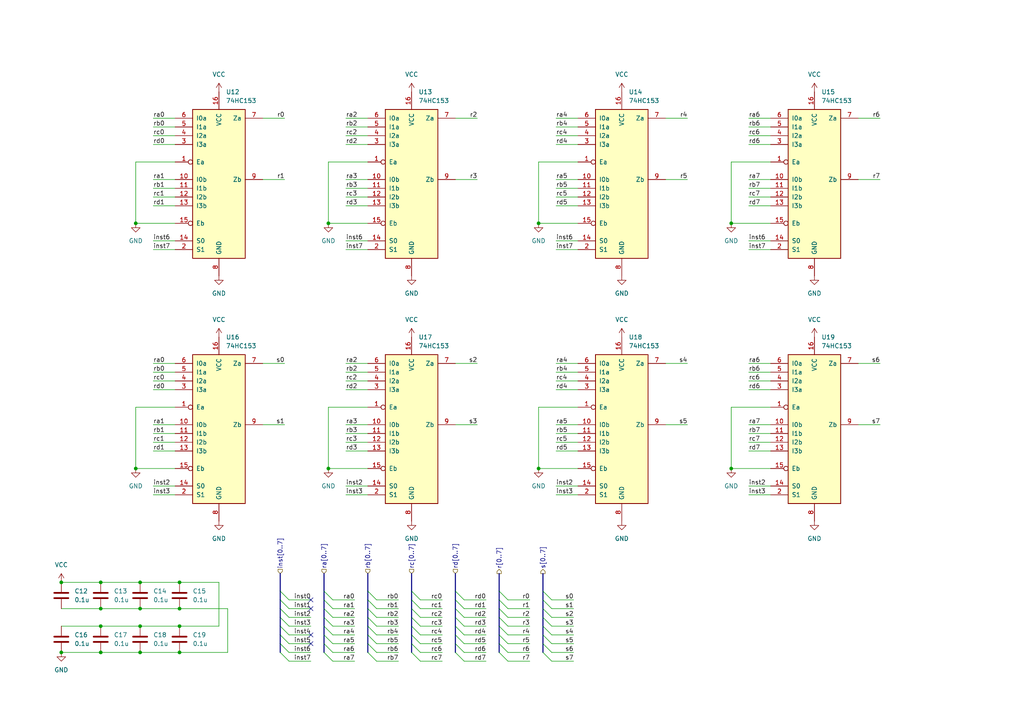
<source format=kicad_sch>
(kicad_sch (version 20211123) (generator eeschema)

  (uuid 3f9eba39-e394-4569-844b-4fe2942c2443)

  (paper "A4")

  (lib_symbols
    (symbol "74xx:74LS153" (pin_names (offset 1.016)) (in_bom yes) (on_board yes)
      (property "Reference" "U" (id 0) (at -7.62 21.59 0)
        (effects (font (size 1.27 1.27)))
      )
      (property "Value" "74LS153" (id 1) (at -7.62 -24.13 0)
        (effects (font (size 1.27 1.27)))
      )
      (property "Footprint" "" (id 2) (at 0 0 0)
        (effects (font (size 1.27 1.27)) hide)
      )
      (property "Datasheet" "http://www.ti.com/lit/gpn/sn74LS153" (id 3) (at 0 0 0)
        (effects (font (size 1.27 1.27)) hide)
      )
      (property "ki_locked" "" (id 4) (at 0 0 0)
        (effects (font (size 1.27 1.27)))
      )
      (property "ki_keywords" "TTL Mux4" (id 5) (at 0 0 0)
        (effects (font (size 1.27 1.27)) hide)
      )
      (property "ki_description" "Dual Multiplexer 4 to 1" (id 6) (at 0 0 0)
        (effects (font (size 1.27 1.27)) hide)
      )
      (property "ki_fp_filters" "DIP?16*" (id 7) (at 0 0 0)
        (effects (font (size 1.27 1.27)) hide)
      )
      (symbol "74LS153_1_0"
        (pin input inverted (at -12.7 5.08 0) (length 5.08)
          (name "Ea" (effects (font (size 1.27 1.27))))
          (number "1" (effects (font (size 1.27 1.27))))
        )
        (pin input line (at -12.7 0 0) (length 5.08)
          (name "I0b" (effects (font (size 1.27 1.27))))
          (number "10" (effects (font (size 1.27 1.27))))
        )
        (pin input line (at -12.7 -2.54 0) (length 5.08)
          (name "I1b" (effects (font (size 1.27 1.27))))
          (number "11" (effects (font (size 1.27 1.27))))
        )
        (pin input line (at -12.7 -5.08 0) (length 5.08)
          (name "I2b" (effects (font (size 1.27 1.27))))
          (number "12" (effects (font (size 1.27 1.27))))
        )
        (pin input line (at -12.7 -7.62 0) (length 5.08)
          (name "I3b" (effects (font (size 1.27 1.27))))
          (number "13" (effects (font (size 1.27 1.27))))
        )
        (pin input line (at -12.7 -17.78 0) (length 5.08)
          (name "S0" (effects (font (size 1.27 1.27))))
          (number "14" (effects (font (size 1.27 1.27))))
        )
        (pin input inverted (at -12.7 -12.7 0) (length 5.08)
          (name "Eb" (effects (font (size 1.27 1.27))))
          (number "15" (effects (font (size 1.27 1.27))))
        )
        (pin power_in line (at 0 25.4 270) (length 5.08)
          (name "VCC" (effects (font (size 1.27 1.27))))
          (number "16" (effects (font (size 1.27 1.27))))
        )
        (pin input line (at -12.7 -20.32 0) (length 5.08)
          (name "S1" (effects (font (size 1.27 1.27))))
          (number "2" (effects (font (size 1.27 1.27))))
        )
        (pin input line (at -12.7 10.16 0) (length 5.08)
          (name "I3a" (effects (font (size 1.27 1.27))))
          (number "3" (effects (font (size 1.27 1.27))))
        )
        (pin input line (at -12.7 12.7 0) (length 5.08)
          (name "I2a" (effects (font (size 1.27 1.27))))
          (number "4" (effects (font (size 1.27 1.27))))
        )
        (pin input line (at -12.7 15.24 0) (length 5.08)
          (name "I1a" (effects (font (size 1.27 1.27))))
          (number "5" (effects (font (size 1.27 1.27))))
        )
        (pin input line (at -12.7 17.78 0) (length 5.08)
          (name "I0a" (effects (font (size 1.27 1.27))))
          (number "6" (effects (font (size 1.27 1.27))))
        )
        (pin output line (at 12.7 17.78 180) (length 5.08)
          (name "Za" (effects (font (size 1.27 1.27))))
          (number "7" (effects (font (size 1.27 1.27))))
        )
        (pin power_in line (at 0 -27.94 90) (length 5.08)
          (name "GND" (effects (font (size 1.27 1.27))))
          (number "8" (effects (font (size 1.27 1.27))))
        )
        (pin output line (at 12.7 0 180) (length 5.08)
          (name "Zb" (effects (font (size 1.27 1.27))))
          (number "9" (effects (font (size 1.27 1.27))))
        )
      )
      (symbol "74LS153_1_1"
        (rectangle (start -7.62 20.32) (end 7.62 -22.86)
          (stroke (width 0.254) (type default) (color 0 0 0 0))
          (fill (type background))
        )
      )
    )
    (symbol "Device:C" (pin_numbers hide) (pin_names (offset 0.254)) (in_bom yes) (on_board yes)
      (property "Reference" "C" (id 0) (at 0.635 2.54 0)
        (effects (font (size 1.27 1.27)) (justify left))
      )
      (property "Value" "C" (id 1) (at 0.635 -2.54 0)
        (effects (font (size 1.27 1.27)) (justify left))
      )
      (property "Footprint" "" (id 2) (at 0.9652 -3.81 0)
        (effects (font (size 1.27 1.27)) hide)
      )
      (property "Datasheet" "~" (id 3) (at 0 0 0)
        (effects (font (size 1.27 1.27)) hide)
      )
      (property "ki_keywords" "cap capacitor" (id 4) (at 0 0 0)
        (effects (font (size 1.27 1.27)) hide)
      )
      (property "ki_description" "Unpolarized capacitor" (id 5) (at 0 0 0)
        (effects (font (size 1.27 1.27)) hide)
      )
      (property "ki_fp_filters" "C_*" (id 6) (at 0 0 0)
        (effects (font (size 1.27 1.27)) hide)
      )
      (symbol "C_0_1"
        (polyline
          (pts
            (xy -2.032 -0.762)
            (xy 2.032 -0.762)
          )
          (stroke (width 0.508) (type default) (color 0 0 0 0))
          (fill (type none))
        )
        (polyline
          (pts
            (xy -2.032 0.762)
            (xy 2.032 0.762)
          )
          (stroke (width 0.508) (type default) (color 0 0 0 0))
          (fill (type none))
        )
      )
      (symbol "C_1_1"
        (pin passive line (at 0 3.81 270) (length 2.794)
          (name "~" (effects (font (size 1.27 1.27))))
          (number "1" (effects (font (size 1.27 1.27))))
        )
        (pin passive line (at 0 -3.81 90) (length 2.794)
          (name "~" (effects (font (size 1.27 1.27))))
          (number "2" (effects (font (size 1.27 1.27))))
        )
      )
    )
    (symbol "power:GND" (power) (pin_names (offset 0)) (in_bom yes) (on_board yes)
      (property "Reference" "#PWR" (id 0) (at 0 -6.35 0)
        (effects (font (size 1.27 1.27)) hide)
      )
      (property "Value" "GND" (id 1) (at 0 -3.81 0)
        (effects (font (size 1.27 1.27)))
      )
      (property "Footprint" "" (id 2) (at 0 0 0)
        (effects (font (size 1.27 1.27)) hide)
      )
      (property "Datasheet" "" (id 3) (at 0 0 0)
        (effects (font (size 1.27 1.27)) hide)
      )
      (property "ki_keywords" "power-flag" (id 4) (at 0 0 0)
        (effects (font (size 1.27 1.27)) hide)
      )
      (property "ki_description" "Power symbol creates a global label with name \"GND\" , ground" (id 5) (at 0 0 0)
        (effects (font (size 1.27 1.27)) hide)
      )
      (symbol "GND_0_1"
        (polyline
          (pts
            (xy 0 0)
            (xy 0 -1.27)
            (xy 1.27 -1.27)
            (xy 0 -2.54)
            (xy -1.27 -1.27)
            (xy 0 -1.27)
          )
          (stroke (width 0) (type default) (color 0 0 0 0))
          (fill (type none))
        )
      )
      (symbol "GND_1_1"
        (pin power_in line (at 0 0 270) (length 0) hide
          (name "GND" (effects (font (size 1.27 1.27))))
          (number "1" (effects (font (size 1.27 1.27))))
        )
      )
    )
    (symbol "power:VCC" (power) (pin_names (offset 0)) (in_bom yes) (on_board yes)
      (property "Reference" "#PWR" (id 0) (at 0 -3.81 0)
        (effects (font (size 1.27 1.27)) hide)
      )
      (property "Value" "VCC" (id 1) (at 0 3.81 0)
        (effects (font (size 1.27 1.27)))
      )
      (property "Footprint" "" (id 2) (at 0 0 0)
        (effects (font (size 1.27 1.27)) hide)
      )
      (property "Datasheet" "" (id 3) (at 0 0 0)
        (effects (font (size 1.27 1.27)) hide)
      )
      (property "ki_keywords" "power-flag" (id 4) (at 0 0 0)
        (effects (font (size 1.27 1.27)) hide)
      )
      (property "ki_description" "Power symbol creates a global label with name \"VCC\"" (id 5) (at 0 0 0)
        (effects (font (size 1.27 1.27)) hide)
      )
      (symbol "VCC_0_1"
        (polyline
          (pts
            (xy -0.762 1.27)
            (xy 0 2.54)
          )
          (stroke (width 0) (type default) (color 0 0 0 0))
          (fill (type none))
        )
        (polyline
          (pts
            (xy 0 0)
            (xy 0 2.54)
          )
          (stroke (width 0) (type default) (color 0 0 0 0))
          (fill (type none))
        )
        (polyline
          (pts
            (xy 0 2.54)
            (xy 0.762 1.27)
          )
          (stroke (width 0) (type default) (color 0 0 0 0))
          (fill (type none))
        )
      )
      (symbol "VCC_1_1"
        (pin power_in line (at 0 0 90) (length 0) hide
          (name "VCC" (effects (font (size 1.27 1.27))))
          (number "1" (effects (font (size 1.27 1.27))))
        )
      )
    )
  )

  (junction (at 39.37 64.77) (diameter 0) (color 0 0 0 0)
    (uuid 157d61d3-8dd2-452c-9c9c-71e746e238cd)
  )
  (junction (at 212.09 135.89) (diameter 0) (color 0 0 0 0)
    (uuid 187dcf88-ca82-4c60-b9fa-b3634320581b)
  )
  (junction (at 17.78 189.23) (diameter 0) (color 0 0 0 0)
    (uuid 18cf4712-8366-4f70-b516-684bbfa20b2e)
  )
  (junction (at 156.21 135.89) (diameter 0) (color 0 0 0 0)
    (uuid 3003eb3e-3a3e-4994-8409-41a737c86e7d)
  )
  (junction (at 52.07 176.53) (diameter 0) (color 0 0 0 0)
    (uuid 3f52e48c-866e-46e5-ac59-4af92b38f357)
  )
  (junction (at 29.21 168.91) (diameter 0) (color 0 0 0 0)
    (uuid 4b097f5e-b35b-4a68-8bb1-c44b0a6bb4cf)
  )
  (junction (at 29.21 181.61) (diameter 0) (color 0 0 0 0)
    (uuid 5a7bcdbc-28dd-4e05-96ec-73b73a5b203a)
  )
  (junction (at 52.07 168.91) (diameter 0) (color 0 0 0 0)
    (uuid 63c87af8-c17b-46aa-8a97-e08ee3a920a6)
  )
  (junction (at 29.21 189.23) (diameter 0) (color 0 0 0 0)
    (uuid 702f6399-d6c2-42ab-96be-c996015cffc2)
  )
  (junction (at 156.21 64.77) (diameter 0) (color 0 0 0 0)
    (uuid 7f85609e-adc3-4244-940e-753cf5ad1d5e)
  )
  (junction (at 40.64 168.91) (diameter 0) (color 0 0 0 0)
    (uuid 8715bd28-0e9c-491f-a4e7-fbcb7078f00e)
  )
  (junction (at 95.25 135.89) (diameter 0) (color 0 0 0 0)
    (uuid 9206b95a-561b-4ec6-9d22-74271d06fc2c)
  )
  (junction (at 29.21 176.53) (diameter 0) (color 0 0 0 0)
    (uuid 986a3d8a-13d2-4afc-b988-b17aaddcc1f7)
  )
  (junction (at 52.07 181.61) (diameter 0) (color 0 0 0 0)
    (uuid a37f096f-c6b8-4d5c-925e-f74bd0e7eb63)
  )
  (junction (at 40.64 176.53) (diameter 0) (color 0 0 0 0)
    (uuid b0c3582b-2579-47b7-868c-9c7181cb3282)
  )
  (junction (at 212.09 64.77) (diameter 0) (color 0 0 0 0)
    (uuid bbbff8a2-0564-4ef9-8dc4-5d55e85e5aa3)
  )
  (junction (at 95.25 64.77) (diameter 0) (color 0 0 0 0)
    (uuid bed260f2-78e6-46e7-81c9-be9aa9c37a94)
  )
  (junction (at 40.64 189.23) (diameter 0) (color 0 0 0 0)
    (uuid c8634621-b44a-4ff2-8109-ebf26a78003e)
  )
  (junction (at 52.07 189.23) (diameter 0) (color 0 0 0 0)
    (uuid ca0efa3d-cbef-4bb3-9ab6-6bd9c2071928)
  )
  (junction (at 17.78 168.91) (diameter 0) (color 0 0 0 0)
    (uuid d43b0d3f-dfe3-48ea-813a-dcb6e526bb3c)
  )
  (junction (at 39.37 135.89) (diameter 0) (color 0 0 0 0)
    (uuid f422b799-a5fb-46ef-a009-929eadd502f3)
  )
  (junction (at 40.64 181.61) (diameter 0) (color 0 0 0 0)
    (uuid fbc43c75-e792-4597-8fd3-6b776955831e)
  )

  (no_connect (at 90.17 186.69) (uuid 1a4b162e-5a93-4865-b35f-ed6884744aec))
  (no_connect (at 90.17 184.15) (uuid 1a4b162e-5a93-4865-b35f-ed6884744aed))
  (no_connect (at 90.17 176.53) (uuid 1a4b162e-5a93-4865-b35f-ed6884744aee))
  (no_connect (at 90.17 173.99) (uuid 1a4b162e-5a93-4865-b35f-ed6884744aef))

  (bus_entry (at 144.78 184.15) (size 2.54 2.54)
    (stroke (width 0) (type default) (color 0 0 0 0))
    (uuid 00ee0701-883c-456c-b448-072268ebfcf7)
  )
  (bus_entry (at 106.68 171.45) (size 2.54 2.54)
    (stroke (width 0) (type default) (color 0 0 0 0))
    (uuid 03f43309-fca8-49be-badd-07da3984f21b)
  )
  (bus_entry (at 106.68 181.61) (size 2.54 2.54)
    (stroke (width 0) (type default) (color 0 0 0 0))
    (uuid 03fceb43-acf9-4f89-8fe6-65d72887b003)
  )
  (bus_entry (at 119.38 171.45) (size 2.54 2.54)
    (stroke (width 0) (type default) (color 0 0 0 0))
    (uuid 0b8b4cc8-35ad-4044-9844-5c6f10975f7f)
  )
  (bus_entry (at 81.28 171.45) (size 2.54 2.54)
    (stroke (width 0) (type default) (color 0 0 0 0))
    (uuid 1793fd14-7679-4db1-9d33-86218d79521b)
  )
  (bus_entry (at 106.68 186.69) (size 2.54 2.54)
    (stroke (width 0) (type default) (color 0 0 0 0))
    (uuid 1e8c5584-e270-4484-987b-1ce8bcaaa5ea)
  )
  (bus_entry (at 144.78 186.69) (size 2.54 2.54)
    (stroke (width 0) (type default) (color 0 0 0 0))
    (uuid 20c22262-3e39-4b5b-9dd6-28ee93ef79b4)
  )
  (bus_entry (at 93.98 189.23) (size 2.54 2.54)
    (stroke (width 0) (type default) (color 0 0 0 0))
    (uuid 260e5639-769c-4757-9e07-a40a2beb964d)
  )
  (bus_entry (at 93.98 173.99) (size 2.54 2.54)
    (stroke (width 0) (type default) (color 0 0 0 0))
    (uuid 314b8710-f8d1-4162-a094-c6f6f4be3b39)
  )
  (bus_entry (at 132.08 173.99) (size 2.54 2.54)
    (stroke (width 0) (type default) (color 0 0 0 0))
    (uuid 316c3945-9684-4e14-a4d5-7673e2228bd9)
  )
  (bus_entry (at 93.98 171.45) (size 2.54 2.54)
    (stroke (width 0) (type default) (color 0 0 0 0))
    (uuid 322347dd-8182-4996-ae96-549b05b52a9b)
  )
  (bus_entry (at 119.38 173.99) (size 2.54 2.54)
    (stroke (width 0) (type default) (color 0 0 0 0))
    (uuid 3a3cbe86-b0fb-4008-a6bd-3ceae3669a62)
  )
  (bus_entry (at 106.68 173.99) (size 2.54 2.54)
    (stroke (width 0) (type default) (color 0 0 0 0))
    (uuid 3ce2f7e2-a563-4e45-bfe4-ccb49458fc3d)
  )
  (bus_entry (at 157.48 179.07) (size 2.54 2.54)
    (stroke (width 0) (type default) (color 0 0 0 0))
    (uuid 45513e54-b25b-41f4-8578-4bc3d23617c1)
  )
  (bus_entry (at 93.98 176.53) (size 2.54 2.54)
    (stroke (width 0) (type default) (color 0 0 0 0))
    (uuid 4ade46d3-3c25-4af2-9d13-090736dee60a)
  )
  (bus_entry (at 132.08 184.15) (size 2.54 2.54)
    (stroke (width 0) (type default) (color 0 0 0 0))
    (uuid 4caea552-ee66-48d8-a51a-873f1c368b7d)
  )
  (bus_entry (at 144.78 181.61) (size 2.54 2.54)
    (stroke (width 0) (type default) (color 0 0 0 0))
    (uuid 4da65b27-d2fa-4fe6-be23-29b85965e5f4)
  )
  (bus_entry (at 119.38 186.69) (size 2.54 2.54)
    (stroke (width 0) (type default) (color 0 0 0 0))
    (uuid 5a2d2352-d9bc-4683-810b-a9a7384093ca)
  )
  (bus_entry (at 157.48 184.15) (size 2.54 2.54)
    (stroke (width 0) (type default) (color 0 0 0 0))
    (uuid 6871e7c2-9f4d-44b5-9311-fd87c8d72368)
  )
  (bus_entry (at 93.98 186.69) (size 2.54 2.54)
    (stroke (width 0) (type default) (color 0 0 0 0))
    (uuid 72f2e6a8-614e-453b-b849-80407b0bbc66)
  )
  (bus_entry (at 144.78 176.53) (size 2.54 2.54)
    (stroke (width 0) (type default) (color 0 0 0 0))
    (uuid 73e9f670-aefc-4196-b66c-0563594b7642)
  )
  (bus_entry (at 144.78 189.23) (size 2.54 2.54)
    (stroke (width 0) (type default) (color 0 0 0 0))
    (uuid 7fe629a7-8ce3-473e-a623-0d1bb79f4119)
  )
  (bus_entry (at 132.08 189.23) (size 2.54 2.54)
    (stroke (width 0) (type default) (color 0 0 0 0))
    (uuid 865bb012-e220-4843-8a90-27abe7e6eeff)
  )
  (bus_entry (at 81.28 181.61) (size 2.54 2.54)
    (stroke (width 0) (type default) (color 0 0 0 0))
    (uuid 88c10a1f-14f2-473f-81f6-45ba9dc2c956)
  )
  (bus_entry (at 106.68 179.07) (size 2.54 2.54)
    (stroke (width 0) (type default) (color 0 0 0 0))
    (uuid 8c1f5ac2-235d-46ea-87fd-ff81896aab3b)
  )
  (bus_entry (at 119.38 176.53) (size 2.54 2.54)
    (stroke (width 0) (type default) (color 0 0 0 0))
    (uuid 8ca5d0e1-8c1d-4d54-9b3f-847899b3669c)
  )
  (bus_entry (at 157.48 181.61) (size 2.54 2.54)
    (stroke (width 0) (type default) (color 0 0 0 0))
    (uuid 8f2c5213-8674-436e-83a7-570b7a498acb)
  )
  (bus_entry (at 81.28 179.07) (size 2.54 2.54)
    (stroke (width 0) (type default) (color 0 0 0 0))
    (uuid 90752272-a3f3-4d96-8b12-f412322cde26)
  )
  (bus_entry (at 119.38 189.23) (size 2.54 2.54)
    (stroke (width 0) (type default) (color 0 0 0 0))
    (uuid 988ecfe3-cede-4986-ae62-02023f371164)
  )
  (bus_entry (at 132.08 176.53) (size 2.54 2.54)
    (stroke (width 0) (type default) (color 0 0 0 0))
    (uuid 99773e38-3092-4d47-841c-99c95dfbcbda)
  )
  (bus_entry (at 93.98 184.15) (size 2.54 2.54)
    (stroke (width 0) (type default) (color 0 0 0 0))
    (uuid 9bac5e47-a592-436d-9cb7-731d3bd01e49)
  )
  (bus_entry (at 81.28 186.69) (size 2.54 2.54)
    (stroke (width 0) (type default) (color 0 0 0 0))
    (uuid a66c6d8f-71cf-4abe-8ef5-38ba90db0360)
  )
  (bus_entry (at 81.28 189.23) (size 2.54 2.54)
    (stroke (width 0) (type default) (color 0 0 0 0))
    (uuid ad6d3d15-d159-48e0-a7f8-bab7a9b47157)
  )
  (bus_entry (at 157.48 173.99) (size 2.54 2.54)
    (stroke (width 0) (type default) (color 0 0 0 0))
    (uuid afe23a07-06e1-405c-b4d3-e082d4804601)
  )
  (bus_entry (at 132.08 181.61) (size 2.54 2.54)
    (stroke (width 0) (type default) (color 0 0 0 0))
    (uuid b55e1ccf-4841-47bc-9f7e-e1bc6b35f08e)
  )
  (bus_entry (at 157.48 171.45) (size 2.54 2.54)
    (stroke (width 0) (type default) (color 0 0 0 0))
    (uuid b6bdc580-a5a3-41ab-baa3-367b14799d53)
  )
  (bus_entry (at 157.48 189.23) (size 2.54 2.54)
    (stroke (width 0) (type default) (color 0 0 0 0))
    (uuid b9100102-9bcf-46a5-892e-96aa59971d0a)
  )
  (bus_entry (at 81.28 176.53) (size 2.54 2.54)
    (stroke (width 0) (type default) (color 0 0 0 0))
    (uuid ba5fb085-bc7a-49f6-b8dc-8e14757a6656)
  )
  (bus_entry (at 132.08 171.45) (size 2.54 2.54)
    (stroke (width 0) (type default) (color 0 0 0 0))
    (uuid c0defc42-dd8b-4e42-8ae5-cb1e5931e275)
  )
  (bus_entry (at 81.28 184.15) (size 2.54 2.54)
    (stroke (width 0) (type default) (color 0 0 0 0))
    (uuid c237b145-3851-487a-86f6-14931ee7f543)
  )
  (bus_entry (at 144.78 173.99) (size 2.54 2.54)
    (stroke (width 0) (type default) (color 0 0 0 0))
    (uuid c646fab9-3931-4db7-93e5-1903695cd296)
  )
  (bus_entry (at 144.78 171.45) (size 2.54 2.54)
    (stroke (width 0) (type default) (color 0 0 0 0))
    (uuid d0916c47-fb17-4214-9255-f6d0613bbdf5)
  )
  (bus_entry (at 119.38 179.07) (size 2.54 2.54)
    (stroke (width 0) (type default) (color 0 0 0 0))
    (uuid d8b48324-bc55-46f5-93ec-fb87ed488e4f)
  )
  (bus_entry (at 106.68 184.15) (size 2.54 2.54)
    (stroke (width 0) (type default) (color 0 0 0 0))
    (uuid da0c7b55-ae6d-4e61-9d4f-4921445aea17)
  )
  (bus_entry (at 93.98 179.07) (size 2.54 2.54)
    (stroke (width 0) (type default) (color 0 0 0 0))
    (uuid df069a19-b944-4eeb-8487-b51bc282d014)
  )
  (bus_entry (at 106.68 176.53) (size 2.54 2.54)
    (stroke (width 0) (type default) (color 0 0 0 0))
    (uuid dfc54636-a8a6-42e7-9e42-246ee8505d3a)
  )
  (bus_entry (at 119.38 181.61) (size 2.54 2.54)
    (stroke (width 0) (type default) (color 0 0 0 0))
    (uuid e215bfe3-6da4-495f-a930-8c4ffb1c974e)
  )
  (bus_entry (at 144.78 179.07) (size 2.54 2.54)
    (stroke (width 0) (type default) (color 0 0 0 0))
    (uuid e3af0491-164d-475c-889d-6a50881df012)
  )
  (bus_entry (at 157.48 176.53) (size 2.54 2.54)
    (stroke (width 0) (type default) (color 0 0 0 0))
    (uuid e3bb84a6-df28-4026-8514-9402bcd5db63)
  )
  (bus_entry (at 132.08 186.69) (size 2.54 2.54)
    (stroke (width 0) (type default) (color 0 0 0 0))
    (uuid e4d0cdd1-e43e-46e1-8ca8-8585655a3961)
  )
  (bus_entry (at 106.68 189.23) (size 2.54 2.54)
    (stroke (width 0) (type default) (color 0 0 0 0))
    (uuid f10f1cff-9400-467f-9d9d-a2290a562695)
  )
  (bus_entry (at 157.48 186.69) (size 2.54 2.54)
    (stroke (width 0) (type default) (color 0 0 0 0))
    (uuid f515fd44-4df4-4f3e-a855-3e666bc54204)
  )
  (bus_entry (at 81.28 173.99) (size 2.54 2.54)
    (stroke (width 0) (type default) (color 0 0 0 0))
    (uuid f5db24cf-5dc4-4ff1-ad62-0604a15c4725)
  )
  (bus_entry (at 119.38 184.15) (size 2.54 2.54)
    (stroke (width 0) (type default) (color 0 0 0 0))
    (uuid f5e248fa-694c-42fb-87d0-88a77b5b5a00)
  )
  (bus_entry (at 132.08 179.07) (size 2.54 2.54)
    (stroke (width 0) (type default) (color 0 0 0 0))
    (uuid fa09dfcf-53cc-48ad-87b7-52b630236ae0)
  )
  (bus_entry (at 93.98 181.61) (size 2.54 2.54)
    (stroke (width 0) (type default) (color 0 0 0 0))
    (uuid fbd928d3-5548-4c0b-b809-acf9ebd78cf3)
  )

  (wire (pts (xy 66.04 176.53) (xy 66.04 189.23))
    (stroke (width 0) (type default) (color 0 0 0 0))
    (uuid 009136f4-4861-418d-bbb0-c610828f8769)
  )
  (wire (pts (xy 44.45 34.29) (xy 50.8 34.29))
    (stroke (width 0) (type default) (color 0 0 0 0))
    (uuid 01bb713d-d09f-4df0-aa5d-f47a80ab4ef1)
  )
  (bus (pts (xy 132.08 181.61) (xy 132.08 184.15))
    (stroke (width 0) (type default) (color 0 0 0 0))
    (uuid 06fd3a77-39a0-4aa4-b024-31ced227b496)
  )

  (wire (pts (xy 160.02 176.53) (xy 166.37 176.53))
    (stroke (width 0) (type default) (color 0 0 0 0))
    (uuid 078f52e9-8a16-42e7-8d07-2e068262fd0a)
  )
  (wire (pts (xy 212.09 118.11) (xy 212.09 135.89))
    (stroke (width 0) (type default) (color 0 0 0 0))
    (uuid 07faaf84-ba34-4ec9-9df6-43547e51df81)
  )
  (wire (pts (xy 106.68 118.11) (xy 95.25 118.11))
    (stroke (width 0) (type default) (color 0 0 0 0))
    (uuid 0803b3fc-2767-423b-84c3-69df9891bac0)
  )
  (bus (pts (xy 106.68 166.37) (xy 106.68 171.45))
    (stroke (width 0) (type default) (color 0 0 0 0))
    (uuid 09e2ed89-02c0-488e-9571-5f954284661e)
  )

  (wire (pts (xy 95.25 64.77) (xy 106.68 64.77))
    (stroke (width 0) (type default) (color 0 0 0 0))
    (uuid 0b515010-6d4a-4b1b-82cc-f31f7fe50295)
  )
  (wire (pts (xy 100.33 54.61) (xy 106.68 54.61))
    (stroke (width 0) (type default) (color 0 0 0 0))
    (uuid 0fe73c98-b39c-4699-bb6a-cafa43b7cde5)
  )
  (wire (pts (xy 29.21 176.53) (xy 40.64 176.53))
    (stroke (width 0) (type default) (color 0 0 0 0))
    (uuid 10c4d95d-cc85-4386-8384-b43972eb7265)
  )
  (wire (pts (xy 193.04 34.29) (xy 199.39 34.29))
    (stroke (width 0) (type default) (color 0 0 0 0))
    (uuid 11d74b57-a730-4052-82ef-a955ea23aae5)
  )
  (wire (pts (xy 63.5 181.61) (xy 52.07 181.61))
    (stroke (width 0) (type default) (color 0 0 0 0))
    (uuid 1275ec6b-16fa-4ce4-abb9-f6672e714f62)
  )
  (bus (pts (xy 132.08 171.45) (xy 132.08 173.99))
    (stroke (width 0) (type default) (color 0 0 0 0))
    (uuid 12e83a7c-0804-480a-9240-6180c5750818)
  )
  (bus (pts (xy 132.08 166.37) (xy 132.08 171.45))
    (stroke (width 0) (type default) (color 0 0 0 0))
    (uuid 1314abf5-51a5-4e05-8fd3-59b8274c826f)
  )
  (bus (pts (xy 144.78 186.69) (xy 144.78 189.23))
    (stroke (width 0) (type default) (color 0 0 0 0))
    (uuid 1373c7df-366f-4ec2-af86-011f55499a35)
  )

  (wire (pts (xy 161.29 57.15) (xy 167.64 57.15))
    (stroke (width 0) (type default) (color 0 0 0 0))
    (uuid 185b59b0-8c9e-4d54-8724-551ab6cc5406)
  )
  (bus (pts (xy 132.08 173.99) (xy 132.08 176.53))
    (stroke (width 0) (type default) (color 0 0 0 0))
    (uuid 19b8f361-43d4-468c-8757-bafeffb00b0f)
  )
  (bus (pts (xy 157.48 166.37) (xy 157.48 171.45))
    (stroke (width 0) (type default) (color 0 0 0 0))
    (uuid 1bc0127b-3169-4dd3-af5b-fef1fd89e2ea)
  )
  (bus (pts (xy 119.38 179.07) (xy 119.38 181.61))
    (stroke (width 0) (type default) (color 0 0 0 0))
    (uuid 1bd5ed91-ee84-4acf-b9ac-876a7783ae6f)
  )

  (wire (pts (xy 83.82 176.53) (xy 90.17 176.53))
    (stroke (width 0) (type default) (color 0 0 0 0))
    (uuid 218962ac-3bcd-4776-b9ff-2ef1fdcea316)
  )
  (wire (pts (xy 160.02 173.99) (xy 166.37 173.99))
    (stroke (width 0) (type default) (color 0 0 0 0))
    (uuid 24cff862-3cda-4889-a720-2895d98293c9)
  )
  (wire (pts (xy 160.02 181.61) (xy 166.37 181.61))
    (stroke (width 0) (type default) (color 0 0 0 0))
    (uuid 27b87d76-03e4-4894-8def-bf79ce33bb8c)
  )
  (wire (pts (xy 100.33 125.73) (xy 106.68 125.73))
    (stroke (width 0) (type default) (color 0 0 0 0))
    (uuid 27e6c512-e5ec-45ff-a253-b39bb2dba69d)
  )
  (wire (pts (xy 217.17 36.83) (xy 223.52 36.83))
    (stroke (width 0) (type default) (color 0 0 0 0))
    (uuid 29df8b5d-7923-4e02-97cb-98d8287ea422)
  )
  (wire (pts (xy 161.29 130.81) (xy 167.64 130.81))
    (stroke (width 0) (type default) (color 0 0 0 0))
    (uuid 2ad69c73-91c1-443b-8ccb-cac64c4c64bf)
  )
  (wire (pts (xy 44.45 128.27) (xy 50.8 128.27))
    (stroke (width 0) (type default) (color 0 0 0 0))
    (uuid 2b8ad063-3912-46a4-9716-3759d25cd76e)
  )
  (wire (pts (xy 39.37 64.77) (xy 50.8 64.77))
    (stroke (width 0) (type default) (color 0 0 0 0))
    (uuid 2be33942-b8d4-4c66-b5b8-83c2e331a58d)
  )
  (wire (pts (xy 156.21 46.99) (xy 156.21 64.77))
    (stroke (width 0) (type default) (color 0 0 0 0))
    (uuid 2c4c46d3-f8a1-4b3b-b87d-b9f98acf8424)
  )
  (wire (pts (xy 134.62 179.07) (xy 140.97 179.07))
    (stroke (width 0) (type default) (color 0 0 0 0))
    (uuid 2c6916c1-3c23-4d9b-8628-e08fe4df7cda)
  )
  (wire (pts (xy 248.92 52.07) (xy 255.27 52.07))
    (stroke (width 0) (type default) (color 0 0 0 0))
    (uuid 2cc48a4b-4281-4bd9-a379-8ddb9db79174)
  )
  (wire (pts (xy 109.22 176.53) (xy 115.57 176.53))
    (stroke (width 0) (type default) (color 0 0 0 0))
    (uuid 2e396d90-659a-49f8-aebb-1b06f600a886)
  )
  (wire (pts (xy 161.29 143.51) (xy 167.64 143.51))
    (stroke (width 0) (type default) (color 0 0 0 0))
    (uuid 2ed22c52-43e2-4e2e-8de5-2e743fd10390)
  )
  (wire (pts (xy 217.17 34.29) (xy 223.52 34.29))
    (stroke (width 0) (type default) (color 0 0 0 0))
    (uuid 301cd40b-f451-4a9d-bff5-8ba07238b203)
  )
  (wire (pts (xy 121.92 181.61) (xy 128.27 181.61))
    (stroke (width 0) (type default) (color 0 0 0 0))
    (uuid 325da7ed-f349-456e-9f05-30ef9dc29668)
  )
  (wire (pts (xy 44.45 140.97) (xy 50.8 140.97))
    (stroke (width 0) (type default) (color 0 0 0 0))
    (uuid 32d96c6f-a793-47ab-84ec-2d7a4178b432)
  )
  (wire (pts (xy 96.52 189.23) (xy 102.87 189.23))
    (stroke (width 0) (type default) (color 0 0 0 0))
    (uuid 3461855f-06eb-4b51-a196-d3d3ea561634)
  )
  (wire (pts (xy 100.33 41.91) (xy 106.68 41.91))
    (stroke (width 0) (type default) (color 0 0 0 0))
    (uuid 35bc7598-6262-4741-8bdd-aaad39858347)
  )
  (bus (pts (xy 93.98 179.07) (xy 93.98 181.61))
    (stroke (width 0) (type default) (color 0 0 0 0))
    (uuid 36504c75-ec50-46c9-b753-eac02a64140c)
  )

  (wire (pts (xy 134.62 191.77) (xy 140.97 191.77))
    (stroke (width 0) (type default) (color 0 0 0 0))
    (uuid 38793823-c179-40b6-a627-9b9c3b7f590e)
  )
  (wire (pts (xy 121.92 176.53) (xy 128.27 176.53))
    (stroke (width 0) (type default) (color 0 0 0 0))
    (uuid 38af576a-d0d1-4dc1-835e-94a65d1bc088)
  )
  (wire (pts (xy 96.52 186.69) (xy 102.87 186.69))
    (stroke (width 0) (type default) (color 0 0 0 0))
    (uuid 3a291318-faa8-4a92-8e25-b06e9474db7d)
  )
  (wire (pts (xy 161.29 36.83) (xy 167.64 36.83))
    (stroke (width 0) (type default) (color 0 0 0 0))
    (uuid 3a6a2497-f56c-4190-a1b6-77f05a07749b)
  )
  (wire (pts (xy 17.78 168.91) (xy 29.21 168.91))
    (stroke (width 0) (type default) (color 0 0 0 0))
    (uuid 3b876e8e-02b9-4af2-9293-2a8770e8a627)
  )
  (bus (pts (xy 93.98 166.37) (xy 93.98 171.45))
    (stroke (width 0) (type default) (color 0 0 0 0))
    (uuid 3c6650bf-0c3b-4337-a980-c7a7dac10e25)
  )

  (wire (pts (xy 44.45 107.95) (xy 50.8 107.95))
    (stroke (width 0) (type default) (color 0 0 0 0))
    (uuid 3d5fb00a-f551-475e-890b-19a03eaf10dc)
  )
  (wire (pts (xy 212.09 46.99) (xy 212.09 64.77))
    (stroke (width 0) (type default) (color 0 0 0 0))
    (uuid 3d603964-e99d-4fd9-86a7-4cfef9347879)
  )
  (bus (pts (xy 157.48 181.61) (xy 157.48 184.15))
    (stroke (width 0) (type default) (color 0 0 0 0))
    (uuid 3e4c0895-3f20-45cf-98df-31eb1ee4f24d)
  )

  (wire (pts (xy 83.82 173.99) (xy 90.17 173.99))
    (stroke (width 0) (type default) (color 0 0 0 0))
    (uuid 3e95bc53-5cc8-4cc0-9558-6a017bff77bf)
  )
  (bus (pts (xy 119.38 166.37) (xy 119.38 171.45))
    (stroke (width 0) (type default) (color 0 0 0 0))
    (uuid 3ea954ad-1757-4adb-b22c-eef5143f215f)
  )
  (bus (pts (xy 93.98 186.69) (xy 93.98 189.23))
    (stroke (width 0) (type default) (color 0 0 0 0))
    (uuid 40ba02d7-5549-4e50-ac78-63e71d1440df)
  )
  (bus (pts (xy 81.28 173.99) (xy 81.28 176.53))
    (stroke (width 0) (type default) (color 0 0 0 0))
    (uuid 431f5b4d-2f20-47b2-94a9-08bdb187e96d)
  )

  (wire (pts (xy 109.22 191.77) (xy 115.57 191.77))
    (stroke (width 0) (type default) (color 0 0 0 0))
    (uuid 433565e0-9dd9-4cd2-b29f-e2070691fbba)
  )
  (bus (pts (xy 157.48 176.53) (xy 157.48 179.07))
    (stroke (width 0) (type default) (color 0 0 0 0))
    (uuid 44180ccb-d512-4f4d-9671-240ed4c5c239)
  )

  (wire (pts (xy 50.8 46.99) (xy 39.37 46.99))
    (stroke (width 0) (type default) (color 0 0 0 0))
    (uuid 450e97ee-fc13-4573-8c39-a71580a930ad)
  )
  (wire (pts (xy 96.52 173.99) (xy 102.87 173.99))
    (stroke (width 0) (type default) (color 0 0 0 0))
    (uuid 46763699-fa42-47f3-8a6d-d5ddc8600b3d)
  )
  (bus (pts (xy 106.68 186.69) (xy 106.68 189.23))
    (stroke (width 0) (type default) (color 0 0 0 0))
    (uuid 4a5267ac-3bab-40d2-afe3-f76042d2deda)
  )
  (bus (pts (xy 144.78 171.45) (xy 144.78 173.99))
    (stroke (width 0) (type default) (color 0 0 0 0))
    (uuid 4ad288ad-6d63-4b66-bb49-460276196449)
  )

  (wire (pts (xy 96.52 179.07) (xy 102.87 179.07))
    (stroke (width 0) (type default) (color 0 0 0 0))
    (uuid 4b84f9a8-7a01-4728-8262-a1d778d03466)
  )
  (wire (pts (xy 132.08 52.07) (xy 138.43 52.07))
    (stroke (width 0) (type default) (color 0 0 0 0))
    (uuid 4d49470e-ca42-4275-a063-882bd6ead327)
  )
  (bus (pts (xy 81.28 171.45) (xy 81.28 173.99))
    (stroke (width 0) (type default) (color 0 0 0 0))
    (uuid 4df55388-9408-43f0-b9ce-a3fbc5e8471f)
  )

  (wire (pts (xy 248.92 105.41) (xy 255.27 105.41))
    (stroke (width 0) (type default) (color 0 0 0 0))
    (uuid 4e348906-dab5-41f3-9742-2a692e900555)
  )
  (wire (pts (xy 109.22 181.61) (xy 115.57 181.61))
    (stroke (width 0) (type default) (color 0 0 0 0))
    (uuid 4ff3b0bc-4d77-4cf8-a4a4-410ea68f3a32)
  )
  (wire (pts (xy 44.45 143.51) (xy 50.8 143.51))
    (stroke (width 0) (type default) (color 0 0 0 0))
    (uuid 50071590-2b54-4092-b88d-8074d8e8aba2)
  )
  (wire (pts (xy 44.45 130.81) (xy 50.8 130.81))
    (stroke (width 0) (type default) (color 0 0 0 0))
    (uuid 51107246-64d4-48a0-ace6-ff9428661e04)
  )
  (bus (pts (xy 106.68 173.99) (xy 106.68 176.53))
    (stroke (width 0) (type default) (color 0 0 0 0))
    (uuid 51c7e23a-ca00-4bf3-aa32-79c227830ec7)
  )
  (bus (pts (xy 106.68 179.07) (xy 106.68 181.61))
    (stroke (width 0) (type default) (color 0 0 0 0))
    (uuid 52502046-4b3a-40ed-956b-221b2bec4251)
  )

  (wire (pts (xy 134.62 184.15) (xy 140.97 184.15))
    (stroke (width 0) (type default) (color 0 0 0 0))
    (uuid 52877dce-211c-4b5a-a128-5e5e71a94be9)
  )
  (wire (pts (xy 121.92 191.77) (xy 128.27 191.77))
    (stroke (width 0) (type default) (color 0 0 0 0))
    (uuid 551e46cb-ea9b-43df-bc37-e9a10f196136)
  )
  (wire (pts (xy 217.17 57.15) (xy 223.52 57.15))
    (stroke (width 0) (type default) (color 0 0 0 0))
    (uuid 55cc3b29-ad0f-4d2d-b421-9301bedc950a)
  )
  (bus (pts (xy 81.28 176.53) (xy 81.28 179.07))
    (stroke (width 0) (type default) (color 0 0 0 0))
    (uuid 56289c36-fb35-41f2-b66f-864e926c66bc)
  )

  (wire (pts (xy 44.45 39.37) (xy 50.8 39.37))
    (stroke (width 0) (type default) (color 0 0 0 0))
    (uuid 57d4a87b-1480-49f2-aec0-605980a511bc)
  )
  (wire (pts (xy 100.33 52.07) (xy 106.68 52.07))
    (stroke (width 0) (type default) (color 0 0 0 0))
    (uuid 59eb2ca4-3fc3-4969-ab37-b8b2f5ae5c6e)
  )
  (wire (pts (xy 83.82 191.77) (xy 90.17 191.77))
    (stroke (width 0) (type default) (color 0 0 0 0))
    (uuid 59fa4b5c-343f-41ed-918a-5e5d7acfbc96)
  )
  (wire (pts (xy 44.45 59.69) (xy 50.8 59.69))
    (stroke (width 0) (type default) (color 0 0 0 0))
    (uuid 5a19be45-e233-4202-a8f8-101479b005e0)
  )
  (bus (pts (xy 132.08 184.15) (xy 132.08 186.69))
    (stroke (width 0) (type default) (color 0 0 0 0))
    (uuid 5c1c0657-3f4a-4a94-89b5-57193119ee5f)
  )

  (wire (pts (xy 217.17 52.07) (xy 223.52 52.07))
    (stroke (width 0) (type default) (color 0 0 0 0))
    (uuid 5c4ef6da-459e-48ab-b087-7234c67cfd3b)
  )
  (wire (pts (xy 83.82 184.15) (xy 90.17 184.15))
    (stroke (width 0) (type default) (color 0 0 0 0))
    (uuid 5d9f92c7-7f91-4c02-aa18-36095a578ea9)
  )
  (wire (pts (xy 100.33 105.41) (xy 106.68 105.41))
    (stroke (width 0) (type default) (color 0 0 0 0))
    (uuid 5ddeb9ef-9058-4acb-baea-2adeabff788c)
  )
  (wire (pts (xy 167.64 118.11) (xy 156.21 118.11))
    (stroke (width 0) (type default) (color 0 0 0 0))
    (uuid 5e4dc56f-0275-410e-9637-fea80cc8174c)
  )
  (bus (pts (xy 119.38 176.53) (xy 119.38 179.07))
    (stroke (width 0) (type default) (color 0 0 0 0))
    (uuid 5ec457c0-d7fb-4462-98d7-ef869446d30c)
  )

  (wire (pts (xy 161.29 39.37) (xy 167.64 39.37))
    (stroke (width 0) (type default) (color 0 0 0 0))
    (uuid 60ad36d7-c20b-4dcb-825b-f80ec53e298f)
  )
  (wire (pts (xy 134.62 181.61) (xy 140.97 181.61))
    (stroke (width 0) (type default) (color 0 0 0 0))
    (uuid 61dc0798-0431-4d04-96a6-91c736444681)
  )
  (wire (pts (xy 29.21 189.23) (xy 40.64 189.23))
    (stroke (width 0) (type default) (color 0 0 0 0))
    (uuid 6394b61e-37e6-49b8-b27c-e34a00d25782)
  )
  (wire (pts (xy 193.04 52.07) (xy 199.39 52.07))
    (stroke (width 0) (type default) (color 0 0 0 0))
    (uuid 64e3d518-b34a-4769-8da3-51d270f9b9e7)
  )
  (wire (pts (xy 161.29 105.41) (xy 167.64 105.41))
    (stroke (width 0) (type default) (color 0 0 0 0))
    (uuid 6517a6d5-1da1-45a2-94a6-3ed444df6a75)
  )
  (wire (pts (xy 100.33 72.39) (xy 106.68 72.39))
    (stroke (width 0) (type default) (color 0 0 0 0))
    (uuid 675ffe1f-e670-4b17-b1f1-8df033085799)
  )
  (bus (pts (xy 106.68 184.15) (xy 106.68 186.69))
    (stroke (width 0) (type default) (color 0 0 0 0))
    (uuid 68573ead-58f8-46cb-975e-4fc62775bb20)
  )

  (wire (pts (xy 217.17 123.19) (xy 223.52 123.19))
    (stroke (width 0) (type default) (color 0 0 0 0))
    (uuid 6891ccdd-be7c-407f-a455-8c98eb62e127)
  )
  (wire (pts (xy 147.32 179.07) (xy 153.67 179.07))
    (stroke (width 0) (type default) (color 0 0 0 0))
    (uuid 69b7f02a-91cd-40e8-8601-794499369f0a)
  )
  (wire (pts (xy 147.32 186.69) (xy 153.67 186.69))
    (stroke (width 0) (type default) (color 0 0 0 0))
    (uuid 6a33e8fe-90b9-477c-b787-324d89aa2ddd)
  )
  (bus (pts (xy 93.98 184.15) (xy 93.98 186.69))
    (stroke (width 0) (type default) (color 0 0 0 0))
    (uuid 6b116646-b161-4b92-8409-020feb28a468)
  )

  (wire (pts (xy 161.29 123.19) (xy 167.64 123.19))
    (stroke (width 0) (type default) (color 0 0 0 0))
    (uuid 6cb9cbd9-3765-46f5-80d4-3c428d28c17c)
  )
  (wire (pts (xy 160.02 189.23) (xy 166.37 189.23))
    (stroke (width 0) (type default) (color 0 0 0 0))
    (uuid 6d07a97f-7a9e-41ea-9f3b-1be1db4613b7)
  )
  (bus (pts (xy 144.78 166.37) (xy 144.78 171.45))
    (stroke (width 0) (type default) (color 0 0 0 0))
    (uuid 6e9dbc28-14a8-4ead-bd0f-bd66f0054f2d)
  )

  (wire (pts (xy 248.92 123.19) (xy 255.27 123.19))
    (stroke (width 0) (type default) (color 0 0 0 0))
    (uuid 7087f060-a1d6-4a30-82b5-31f6ff5fc314)
  )
  (bus (pts (xy 93.98 176.53) (xy 93.98 179.07))
    (stroke (width 0) (type default) (color 0 0 0 0))
    (uuid 7134438e-7844-4cb9-a942-f17bfea4cce8)
  )

  (wire (pts (xy 161.29 59.69) (xy 167.64 59.69))
    (stroke (width 0) (type default) (color 0 0 0 0))
    (uuid 716e1f4a-bf0b-4d3c-85dc-aded1f431720)
  )
  (wire (pts (xy 76.2 105.41) (xy 82.55 105.41))
    (stroke (width 0) (type default) (color 0 0 0 0))
    (uuid 72aa6bfd-3430-4a86-afbd-628bfe609138)
  )
  (wire (pts (xy 44.45 72.39) (xy 50.8 72.39))
    (stroke (width 0) (type default) (color 0 0 0 0))
    (uuid 73161b3f-6f4b-40db-a17e-44932541fd13)
  )
  (bus (pts (xy 119.38 173.99) (xy 119.38 176.53))
    (stroke (width 0) (type default) (color 0 0 0 0))
    (uuid 7555d2d9-82d8-46f8-ae7e-703df39427bf)
  )

  (wire (pts (xy 29.21 168.91) (xy 40.64 168.91))
    (stroke (width 0) (type default) (color 0 0 0 0))
    (uuid 75cf1ed3-fd7d-40fa-b1ad-d45ac7b910a1)
  )
  (wire (pts (xy 100.33 110.49) (xy 106.68 110.49))
    (stroke (width 0) (type default) (color 0 0 0 0))
    (uuid 7619523c-59f1-42ef-9b00-b31f56270145)
  )
  (wire (pts (xy 121.92 184.15) (xy 128.27 184.15))
    (stroke (width 0) (type default) (color 0 0 0 0))
    (uuid 785b0f2c-4a62-48ac-8a9d-acfcc69c6347)
  )
  (wire (pts (xy 44.45 113.03) (xy 50.8 113.03))
    (stroke (width 0) (type default) (color 0 0 0 0))
    (uuid 786c2550-fce1-452a-83ff-750f11d63998)
  )
  (wire (pts (xy 212.09 135.89) (xy 223.52 135.89))
    (stroke (width 0) (type default) (color 0 0 0 0))
    (uuid 795a162c-40e0-4e45-bae7-15363aac8a1e)
  )
  (wire (pts (xy 109.22 189.23) (xy 115.57 189.23))
    (stroke (width 0) (type default) (color 0 0 0 0))
    (uuid 7ad5986b-6549-4906-a5b6-d22d232f43a2)
  )
  (wire (pts (xy 109.22 179.07) (xy 115.57 179.07))
    (stroke (width 0) (type default) (color 0 0 0 0))
    (uuid 7bb7126f-2207-45f3-a04a-f773a9d71439)
  )
  (wire (pts (xy 217.17 128.27) (xy 223.52 128.27))
    (stroke (width 0) (type default) (color 0 0 0 0))
    (uuid 7da3d023-4a96-4b74-8fd0-2f4af704e29e)
  )
  (wire (pts (xy 17.78 181.61) (xy 29.21 181.61))
    (stroke (width 0) (type default) (color 0 0 0 0))
    (uuid 7e3b7392-10b7-4ead-8b0b-48a47d401556)
  )
  (wire (pts (xy 83.82 189.23) (xy 90.17 189.23))
    (stroke (width 0) (type default) (color 0 0 0 0))
    (uuid 7e9634aa-5b37-499f-b938-f04ff231e1fb)
  )
  (wire (pts (xy 161.29 107.95) (xy 167.64 107.95))
    (stroke (width 0) (type default) (color 0 0 0 0))
    (uuid 7fd20e6a-40ac-48c0-8a89-73527c77aadf)
  )
  (wire (pts (xy 217.17 130.81) (xy 223.52 130.81))
    (stroke (width 0) (type default) (color 0 0 0 0))
    (uuid 84cd1bee-b9ef-4f03-96ea-314c7baf68c7)
  )
  (bus (pts (xy 119.38 171.45) (xy 119.38 173.99))
    (stroke (width 0) (type default) (color 0 0 0 0))
    (uuid 84fc3c0f-4cca-4801-8a26-b3fae5bbe824)
  )
  (bus (pts (xy 81.28 179.07) (xy 81.28 181.61))
    (stroke (width 0) (type default) (color 0 0 0 0))
    (uuid 85ab7f0e-a6d8-42fa-aa35-6af555a9c7cd)
  )
  (bus (pts (xy 119.38 186.69) (xy 119.38 189.23))
    (stroke (width 0) (type default) (color 0 0 0 0))
    (uuid 8627c4b0-5819-45a5-8fe6-0fd984c14ab4)
  )

  (wire (pts (xy 96.52 176.53) (xy 102.87 176.53))
    (stroke (width 0) (type default) (color 0 0 0 0))
    (uuid 86429d23-4e66-4f83-9e77-bd6d90eb504e)
  )
  (wire (pts (xy 147.32 176.53) (xy 153.67 176.53))
    (stroke (width 0) (type default) (color 0 0 0 0))
    (uuid 86b4bdab-16dc-4d9b-8667-8b88e31c531e)
  )
  (wire (pts (xy 17.78 189.23) (xy 29.21 189.23))
    (stroke (width 0) (type default) (color 0 0 0 0))
    (uuid 86dd9b48-294e-47bc-a46c-bf09bc93268e)
  )
  (wire (pts (xy 44.45 57.15) (xy 50.8 57.15))
    (stroke (width 0) (type default) (color 0 0 0 0))
    (uuid 870021a1-3ed8-4328-8733-4ff5022fe784)
  )
  (wire (pts (xy 44.45 125.73) (xy 50.8 125.73))
    (stroke (width 0) (type default) (color 0 0 0 0))
    (uuid 873978c6-56fa-4a52-86d7-7a6363abd47d)
  )
  (bus (pts (xy 144.78 176.53) (xy 144.78 179.07))
    (stroke (width 0) (type default) (color 0 0 0 0))
    (uuid 8931b9f6-ded8-49fb-a6be-492f7a1aad93)
  )

  (wire (pts (xy 40.64 176.53) (xy 52.07 176.53))
    (stroke (width 0) (type default) (color 0 0 0 0))
    (uuid 8adfa207-f5be-4c9a-a26a-5ea08fec4cfc)
  )
  (bus (pts (xy 106.68 176.53) (xy 106.68 179.07))
    (stroke (width 0) (type default) (color 0 0 0 0))
    (uuid 8ba6f798-7ac4-4df0-a669-ecf35ef865b3)
  )

  (wire (pts (xy 160.02 186.69) (xy 166.37 186.69))
    (stroke (width 0) (type default) (color 0 0 0 0))
    (uuid 8bfa631d-1e0c-49e2-b87d-a903b099dead)
  )
  (wire (pts (xy 95.25 118.11) (xy 95.25 135.89))
    (stroke (width 0) (type default) (color 0 0 0 0))
    (uuid 8c571671-eb91-4b07-9487-f34c63e43deb)
  )
  (wire (pts (xy 39.37 135.89) (xy 50.8 135.89))
    (stroke (width 0) (type default) (color 0 0 0 0))
    (uuid 8c907b9a-b291-4f5c-ae37-cd7c9d0565e7)
  )
  (wire (pts (xy 39.37 46.99) (xy 39.37 64.77))
    (stroke (width 0) (type default) (color 0 0 0 0))
    (uuid 8cfd7ce1-6b43-48fc-9bf3-1016d0879485)
  )
  (wire (pts (xy 100.33 39.37) (xy 106.68 39.37))
    (stroke (width 0) (type default) (color 0 0 0 0))
    (uuid 925d9a13-4506-4739-9c75-e413c1d26bcf)
  )
  (wire (pts (xy 40.64 168.91) (xy 52.07 168.91))
    (stroke (width 0) (type default) (color 0 0 0 0))
    (uuid 94a95e9f-49a9-48f5-bd3a-8345c707bde7)
  )
  (wire (pts (xy 160.02 179.07) (xy 166.37 179.07))
    (stroke (width 0) (type default) (color 0 0 0 0))
    (uuid 94f89b0b-bd18-498d-a987-1943b395ea02)
  )
  (wire (pts (xy 132.08 34.29) (xy 138.43 34.29))
    (stroke (width 0) (type default) (color 0 0 0 0))
    (uuid 95eccd7c-b337-4e6c-a1f5-3d104b85a479)
  )
  (wire (pts (xy 100.33 123.19) (xy 106.68 123.19))
    (stroke (width 0) (type default) (color 0 0 0 0))
    (uuid 95ecf0e6-e7fb-43f2-9082-629897de4af0)
  )
  (wire (pts (xy 100.33 128.27) (xy 106.68 128.27))
    (stroke (width 0) (type default) (color 0 0 0 0))
    (uuid 96b722d2-d8c8-4492-b0a3-c3ee8fa0afd4)
  )
  (wire (pts (xy 100.33 57.15) (xy 106.68 57.15))
    (stroke (width 0) (type default) (color 0 0 0 0))
    (uuid 97f0d7c4-c442-4d79-9ccc-6ed8f75f77d1)
  )
  (wire (pts (xy 156.21 135.89) (xy 167.64 135.89))
    (stroke (width 0) (type default) (color 0 0 0 0))
    (uuid 996ec3be-17f2-4287-9b37-78f1f45ebcf4)
  )
  (wire (pts (xy 121.92 179.07) (xy 128.27 179.07))
    (stroke (width 0) (type default) (color 0 0 0 0))
    (uuid 99f2ece2-dca5-419a-bb54-bbfe37fe4fdf)
  )
  (wire (pts (xy 161.29 128.27) (xy 167.64 128.27))
    (stroke (width 0) (type default) (color 0 0 0 0))
    (uuid 9a5333ff-bada-4c7e-b369-1b42985deb6e)
  )
  (wire (pts (xy 161.29 69.85) (xy 167.64 69.85))
    (stroke (width 0) (type default) (color 0 0 0 0))
    (uuid 9bfc67e6-5d0c-475d-9e0b-89e2673d27d6)
  )
  (wire (pts (xy 76.2 34.29) (xy 82.55 34.29))
    (stroke (width 0) (type default) (color 0 0 0 0))
    (uuid 9c1f2b9f-c524-466f-9d66-4eb150f9cbab)
  )
  (wire (pts (xy 217.17 39.37) (xy 223.52 39.37))
    (stroke (width 0) (type default) (color 0 0 0 0))
    (uuid 9cb68c08-a201-4d9c-8430-0e12ba729d80)
  )
  (wire (pts (xy 161.29 54.61) (xy 167.64 54.61))
    (stroke (width 0) (type default) (color 0 0 0 0))
    (uuid 9e41ee62-ebef-4ec5-aaaf-c32b0953ea95)
  )
  (wire (pts (xy 156.21 118.11) (xy 156.21 135.89))
    (stroke (width 0) (type default) (color 0 0 0 0))
    (uuid 9f4646db-98cc-45a0-86a6-dce00236961e)
  )
  (wire (pts (xy 147.32 189.23) (xy 153.67 189.23))
    (stroke (width 0) (type default) (color 0 0 0 0))
    (uuid 9f668e0d-d244-41d5-9752-67b5d1bab65d)
  )
  (wire (pts (xy 134.62 189.23) (xy 140.97 189.23))
    (stroke (width 0) (type default) (color 0 0 0 0))
    (uuid a163177f-0f0c-40d3-ac67-b0ca42bbfc21)
  )
  (wire (pts (xy 193.04 123.19) (xy 199.39 123.19))
    (stroke (width 0) (type default) (color 0 0 0 0))
    (uuid a1dd478c-71c8-41f3-8250-096c68d0a32e)
  )
  (wire (pts (xy 44.45 36.83) (xy 50.8 36.83))
    (stroke (width 0) (type default) (color 0 0 0 0))
    (uuid a27b3b22-ba24-4d7e-b485-4fc70039e79a)
  )
  (wire (pts (xy 95.25 46.99) (xy 95.25 64.77))
    (stroke (width 0) (type default) (color 0 0 0 0))
    (uuid a2d5672d-bae4-4d3a-9a20-5833be1594c0)
  )
  (bus (pts (xy 157.48 184.15) (xy 157.48 186.69))
    (stroke (width 0) (type default) (color 0 0 0 0))
    (uuid a4ebd0f4-0f97-49b7-8dad-1fb0a0e3e849)
  )
  (bus (pts (xy 93.98 181.61) (xy 93.98 184.15))
    (stroke (width 0) (type default) (color 0 0 0 0))
    (uuid a5da7ed8-5580-4934-832f-dd887255c15a)
  )

  (wire (pts (xy 223.52 46.99) (xy 212.09 46.99))
    (stroke (width 0) (type default) (color 0 0 0 0))
    (uuid a8a60a36-4a36-43e0-af38-26920c13ca13)
  )
  (bus (pts (xy 119.38 184.15) (xy 119.38 186.69))
    (stroke (width 0) (type default) (color 0 0 0 0))
    (uuid a8fed8b8-c537-4bea-b40f-8120bf0690b8)
  )

  (wire (pts (xy 161.29 125.73) (xy 167.64 125.73))
    (stroke (width 0) (type default) (color 0 0 0 0))
    (uuid aa4f24da-dd44-4a3f-8b35-6264ce061c8d)
  )
  (wire (pts (xy 100.33 36.83) (xy 106.68 36.83))
    (stroke (width 0) (type default) (color 0 0 0 0))
    (uuid aa6f94e8-068b-4425-8d0c-80ac042d877c)
  )
  (wire (pts (xy 147.32 184.15) (xy 153.67 184.15))
    (stroke (width 0) (type default) (color 0 0 0 0))
    (uuid ab7e5d5f-4539-47ae-87fc-e0530928839b)
  )
  (wire (pts (xy 106.68 46.99) (xy 95.25 46.99))
    (stroke (width 0) (type default) (color 0 0 0 0))
    (uuid ac5cd8ea-2284-4629-b10a-b573402dcb04)
  )
  (wire (pts (xy 40.64 181.61) (xy 52.07 181.61))
    (stroke (width 0) (type default) (color 0 0 0 0))
    (uuid acdb81d2-3f06-4d79-ad77-17962b15557a)
  )
  (bus (pts (xy 144.78 184.15) (xy 144.78 186.69))
    (stroke (width 0) (type default) (color 0 0 0 0))
    (uuid ad42954a-7b15-4d3e-af60-bf18ac4f3f3e)
  )

  (wire (pts (xy 217.17 54.61) (xy 223.52 54.61))
    (stroke (width 0) (type default) (color 0 0 0 0))
    (uuid af9e7206-7eeb-4f16-8b2e-384c90af99c4)
  )
  (bus (pts (xy 81.28 181.61) (xy 81.28 184.15))
    (stroke (width 0) (type default) (color 0 0 0 0))
    (uuid b137f7b9-c405-42b3-bf9d-afcca05161f6)
  )

  (wire (pts (xy 121.92 186.69) (xy 128.27 186.69))
    (stroke (width 0) (type default) (color 0 0 0 0))
    (uuid b1862f48-583b-4126-988b-cbeac168eebc)
  )
  (wire (pts (xy 167.64 46.99) (xy 156.21 46.99))
    (stroke (width 0) (type default) (color 0 0 0 0))
    (uuid b1f77b60-0c19-4146-bfe8-5b707389f30f)
  )
  (wire (pts (xy 121.92 189.23) (xy 128.27 189.23))
    (stroke (width 0) (type default) (color 0 0 0 0))
    (uuid b237c7ce-745c-49a4-9fdd-5ddb02e4ab38)
  )
  (wire (pts (xy 217.17 140.97) (xy 223.52 140.97))
    (stroke (width 0) (type default) (color 0 0 0 0))
    (uuid b31ac82c-c110-49a8-a606-0ad1b8a2915d)
  )
  (bus (pts (xy 93.98 173.99) (xy 93.98 176.53))
    (stroke (width 0) (type default) (color 0 0 0 0))
    (uuid b3c2380c-f479-403e-adb1-c69be44f94da)
  )

  (wire (pts (xy 248.92 34.29) (xy 255.27 34.29))
    (stroke (width 0) (type default) (color 0 0 0 0))
    (uuid b41d1203-1329-4fc5-9dfc-75eade46d856)
  )
  (wire (pts (xy 17.78 176.53) (xy 29.21 176.53))
    (stroke (width 0) (type default) (color 0 0 0 0))
    (uuid b5f60770-cafd-4779-a7e0-73a6bbcc778d)
  )
  (wire (pts (xy 217.17 107.95) (xy 223.52 107.95))
    (stroke (width 0) (type default) (color 0 0 0 0))
    (uuid b64989fe-6b27-4acc-92bb-7beb2d401842)
  )
  (wire (pts (xy 40.64 189.23) (xy 52.07 189.23))
    (stroke (width 0) (type default) (color 0 0 0 0))
    (uuid b6a02faf-c261-42d4-8c3b-6e7f25a67586)
  )
  (wire (pts (xy 96.52 184.15) (xy 102.87 184.15))
    (stroke (width 0) (type default) (color 0 0 0 0))
    (uuid b9f3127a-4d4a-4ab4-a845-caf48b251dcf)
  )
  (wire (pts (xy 100.33 113.03) (xy 106.68 113.03))
    (stroke (width 0) (type default) (color 0 0 0 0))
    (uuid bb14c863-f440-4656-92df-a231a2650737)
  )
  (wire (pts (xy 95.25 135.89) (xy 106.68 135.89))
    (stroke (width 0) (type default) (color 0 0 0 0))
    (uuid bc722105-6133-482d-966e-a410296ae8a5)
  )
  (wire (pts (xy 44.45 110.49) (xy 50.8 110.49))
    (stroke (width 0) (type default) (color 0 0 0 0))
    (uuid bce15911-e588-412c-9654-9bb8f9f91f52)
  )
  (wire (pts (xy 66.04 189.23) (xy 52.07 189.23))
    (stroke (width 0) (type default) (color 0 0 0 0))
    (uuid bcecd4b0-2ae2-4534-b874-73f8b8e6254e)
  )
  (wire (pts (xy 156.21 64.77) (xy 167.64 64.77))
    (stroke (width 0) (type default) (color 0 0 0 0))
    (uuid bd268bfc-4889-4f90-8cc6-f924a1420387)
  )
  (wire (pts (xy 52.07 176.53) (xy 66.04 176.53))
    (stroke (width 0) (type default) (color 0 0 0 0))
    (uuid bdf9eefc-787e-4380-bbb7-5d3e1bc0ae14)
  )
  (wire (pts (xy 147.32 191.77) (xy 153.67 191.77))
    (stroke (width 0) (type default) (color 0 0 0 0))
    (uuid be3356a1-b136-41b2-a2f0-4a18a36f5d13)
  )
  (wire (pts (xy 147.32 173.99) (xy 153.67 173.99))
    (stroke (width 0) (type default) (color 0 0 0 0))
    (uuid be4b7312-766f-4301-93fe-e75ce191da87)
  )
  (wire (pts (xy 76.2 123.19) (xy 82.55 123.19))
    (stroke (width 0) (type default) (color 0 0 0 0))
    (uuid beb72683-d0d1-4d2e-baab-3a7c9d1734de)
  )
  (wire (pts (xy 161.29 41.91) (xy 167.64 41.91))
    (stroke (width 0) (type default) (color 0 0 0 0))
    (uuid bf36b204-bc01-42fb-aa1b-3faf65ba2ebe)
  )
  (wire (pts (xy 132.08 105.41) (xy 138.43 105.41))
    (stroke (width 0) (type default) (color 0 0 0 0))
    (uuid c0b4ca41-4676-4792-8c8c-13de7d70c9e5)
  )
  (wire (pts (xy 217.17 72.39) (xy 223.52 72.39))
    (stroke (width 0) (type default) (color 0 0 0 0))
    (uuid c0f6cdd3-ee70-4f56-b000-9cc3dc2e0bbf)
  )
  (wire (pts (xy 44.45 41.91) (xy 50.8 41.91))
    (stroke (width 0) (type default) (color 0 0 0 0))
    (uuid c36d2234-f537-40ba-b970-a1da4421c628)
  )
  (bus (pts (xy 157.48 173.99) (xy 157.48 176.53))
    (stroke (width 0) (type default) (color 0 0 0 0))
    (uuid c387aa6f-2e10-4995-b340-3379df8c598c)
  )

  (wire (pts (xy 83.82 179.07) (xy 90.17 179.07))
    (stroke (width 0) (type default) (color 0 0 0 0))
    (uuid c5c6ebb6-afb7-4700-aea1-ed03365a76b0)
  )
  (wire (pts (xy 134.62 176.53) (xy 140.97 176.53))
    (stroke (width 0) (type default) (color 0 0 0 0))
    (uuid c606fb39-484f-4f92-bab9-1997de039073)
  )
  (wire (pts (xy 50.8 118.11) (xy 39.37 118.11))
    (stroke (width 0) (type default) (color 0 0 0 0))
    (uuid c632a044-31af-4809-ac03-0ad0d3f3afe7)
  )
  (bus (pts (xy 81.28 166.37) (xy 81.28 171.45))
    (stroke (width 0) (type default) (color 0 0 0 0))
    (uuid c6368ac1-ed18-4af9-a1ad-1169d1dbe528)
  )
  (bus (pts (xy 157.48 179.07) (xy 157.48 181.61))
    (stroke (width 0) (type default) (color 0 0 0 0))
    (uuid c6551b2d-c980-4c80-b507-df290673d16c)
  )

  (wire (pts (xy 109.22 184.15) (xy 115.57 184.15))
    (stroke (width 0) (type default) (color 0 0 0 0))
    (uuid c772ec16-5f3c-46bf-897c-7df96997fd53)
  )
  (wire (pts (xy 44.45 105.41) (xy 50.8 105.41))
    (stroke (width 0) (type default) (color 0 0 0 0))
    (uuid c81eb9e2-07ff-4990-b594-020b0c1261e0)
  )
  (bus (pts (xy 106.68 171.45) (xy 106.68 173.99))
    (stroke (width 0) (type default) (color 0 0 0 0))
    (uuid c8806e86-d8f6-4442-a4c5-451cc9916568)
  )

  (wire (pts (xy 44.45 54.61) (xy 50.8 54.61))
    (stroke (width 0) (type default) (color 0 0 0 0))
    (uuid c9b09740-be96-4def-8158-55c41c4aed55)
  )
  (wire (pts (xy 39.37 118.11) (xy 39.37 135.89))
    (stroke (width 0) (type default) (color 0 0 0 0))
    (uuid ca50a55b-3386-4e8f-bb5a-263474fa30a4)
  )
  (wire (pts (xy 217.17 125.73) (xy 223.52 125.73))
    (stroke (width 0) (type default) (color 0 0 0 0))
    (uuid cb5a8d5c-36c1-4913-b442-79f2b8bc3c3e)
  )
  (wire (pts (xy 76.2 52.07) (xy 82.55 52.07))
    (stroke (width 0) (type default) (color 0 0 0 0))
    (uuid cb8552c2-14b8-45e1-a48c-d72db3b671ee)
  )
  (wire (pts (xy 83.82 181.61) (xy 90.17 181.61))
    (stroke (width 0) (type default) (color 0 0 0 0))
    (uuid cce5ee05-6ad0-4275-b065-24c2c9888ffa)
  )
  (wire (pts (xy 100.33 130.81) (xy 106.68 130.81))
    (stroke (width 0) (type default) (color 0 0 0 0))
    (uuid cf2ebd45-2ab7-47aa-b0d3-a89e4fdeaf43)
  )
  (wire (pts (xy 161.29 110.49) (xy 167.64 110.49))
    (stroke (width 0) (type default) (color 0 0 0 0))
    (uuid cfcf1b8c-0a33-4d5a-9316-1be747c49dea)
  )
  (wire (pts (xy 132.08 123.19) (xy 138.43 123.19))
    (stroke (width 0) (type default) (color 0 0 0 0))
    (uuid d0f8947c-aa77-4731-a19b-430aa3a4b071)
  )
  (wire (pts (xy 96.52 191.77) (xy 102.87 191.77))
    (stroke (width 0) (type default) (color 0 0 0 0))
    (uuid d221edb3-96f7-4052-89fd-8869bef9b8bc)
  )
  (bus (pts (xy 81.28 186.69) (xy 81.28 189.23))
    (stroke (width 0) (type default) (color 0 0 0 0))
    (uuid d35c92b8-7380-45d8-862a-e1b8a66e8932)
  )

  (wire (pts (xy 134.62 173.99) (xy 140.97 173.99))
    (stroke (width 0) (type default) (color 0 0 0 0))
    (uuid d373e7e5-7a87-4a19-b6e3-7486561a4bac)
  )
  (wire (pts (xy 100.33 34.29) (xy 106.68 34.29))
    (stroke (width 0) (type default) (color 0 0 0 0))
    (uuid d5c6b3c8-cafb-4d36-850f-702e95a76a8a)
  )
  (wire (pts (xy 109.22 173.99) (xy 115.57 173.99))
    (stroke (width 0) (type default) (color 0 0 0 0))
    (uuid d7520d29-c1c0-42e8-99bb-9ac611c725ae)
  )
  (wire (pts (xy 161.29 72.39) (xy 167.64 72.39))
    (stroke (width 0) (type default) (color 0 0 0 0))
    (uuid d815ee4c-df14-42cd-b389-f09bd0955957)
  )
  (bus (pts (xy 144.78 181.61) (xy 144.78 184.15))
    (stroke (width 0) (type default) (color 0 0 0 0))
    (uuid d8bd60ed-9668-4da0-849f-cd268c2d39ba)
  )

  (wire (pts (xy 161.29 140.97) (xy 167.64 140.97))
    (stroke (width 0) (type default) (color 0 0 0 0))
    (uuid d90929f2-9404-4db3-8d09-6900b463e8d7)
  )
  (wire (pts (xy 44.45 123.19) (xy 50.8 123.19))
    (stroke (width 0) (type default) (color 0 0 0 0))
    (uuid da548c76-6a47-4ae2-b474-f3ce33a731f9)
  )
  (bus (pts (xy 119.38 181.61) (xy 119.38 184.15))
    (stroke (width 0) (type default) (color 0 0 0 0))
    (uuid da815d66-398f-4802-9dcb-9274a90c90b7)
  )
  (bus (pts (xy 157.48 186.69) (xy 157.48 189.23))
    (stroke (width 0) (type default) (color 0 0 0 0))
    (uuid dab299ca-8369-4acf-a8cf-85768a1740fb)
  )

  (wire (pts (xy 109.22 186.69) (xy 115.57 186.69))
    (stroke (width 0) (type default) (color 0 0 0 0))
    (uuid db97a72f-3b40-4e24-a6b5-4c083c37deb6)
  )
  (bus (pts (xy 144.78 179.07) (xy 144.78 181.61))
    (stroke (width 0) (type default) (color 0 0 0 0))
    (uuid dcc6f7f1-a917-4cd8-9ff8-a411e45a1e4b)
  )
  (bus (pts (xy 144.78 173.99) (xy 144.78 176.53))
    (stroke (width 0) (type default) (color 0 0 0 0))
    (uuid ddaaeca1-43b5-41fa-9b98-fa4cd8e16fb6)
  )

  (wire (pts (xy 100.33 69.85) (xy 106.68 69.85))
    (stroke (width 0) (type default) (color 0 0 0 0))
    (uuid e005116d-a1c1-4850-a7a6-347a64938593)
  )
  (wire (pts (xy 217.17 110.49) (xy 223.52 110.49))
    (stroke (width 0) (type default) (color 0 0 0 0))
    (uuid e06976ad-5e82-4481-9b7d-60e114ead0e8)
  )
  (bus (pts (xy 106.68 181.61) (xy 106.68 184.15))
    (stroke (width 0) (type default) (color 0 0 0 0))
    (uuid e0ea421c-586f-47e4-8217-e576a7f77616)
  )

  (wire (pts (xy 161.29 113.03) (xy 167.64 113.03))
    (stroke (width 0) (type default) (color 0 0 0 0))
    (uuid e0f84324-3e17-499a-85eb-291036e3e01d)
  )
  (wire (pts (xy 217.17 113.03) (xy 223.52 113.03))
    (stroke (width 0) (type default) (color 0 0 0 0))
    (uuid e1eba8e7-4a18-41f0-8e49-38db67b2a202)
  )
  (wire (pts (xy 100.33 140.97) (xy 106.68 140.97))
    (stroke (width 0) (type default) (color 0 0 0 0))
    (uuid e28f8135-3710-43f5-99b7-2b76567d4b05)
  )
  (wire (pts (xy 44.45 52.07) (xy 50.8 52.07))
    (stroke (width 0) (type default) (color 0 0 0 0))
    (uuid e39f4dbd-c82b-46ab-aaa3-676d218f0b39)
  )
  (wire (pts (xy 160.02 184.15) (xy 166.37 184.15))
    (stroke (width 0) (type default) (color 0 0 0 0))
    (uuid e434a8dc-bc6e-4e1f-a2d7-8e47853da726)
  )
  (wire (pts (xy 160.02 191.77) (xy 166.37 191.77))
    (stroke (width 0) (type default) (color 0 0 0 0))
    (uuid e4e607c7-137d-4666-8873-8f80782f05a3)
  )
  (wire (pts (xy 100.33 107.95) (xy 106.68 107.95))
    (stroke (width 0) (type default) (color 0 0 0 0))
    (uuid e74299f7-6072-42bb-a86c-b0f7410b5491)
  )
  (wire (pts (xy 217.17 143.51) (xy 223.52 143.51))
    (stroke (width 0) (type default) (color 0 0 0 0))
    (uuid e8c15c98-8047-416e-b772-6505f6186d4b)
  )
  (bus (pts (xy 81.28 184.15) (xy 81.28 186.69))
    (stroke (width 0) (type default) (color 0 0 0 0))
    (uuid e8edb92a-8537-49b0-8f11-0a979159f15c)
  )

  (wire (pts (xy 223.52 118.11) (xy 212.09 118.11))
    (stroke (width 0) (type default) (color 0 0 0 0))
    (uuid e99a3a5e-368a-4a61-aac4-f0aa5e271b77)
  )
  (wire (pts (xy 96.52 181.61) (xy 102.87 181.61))
    (stroke (width 0) (type default) (color 0 0 0 0))
    (uuid ece0455c-81d2-4dfe-8c20-928be78d3d30)
  )
  (wire (pts (xy 217.17 69.85) (xy 223.52 69.85))
    (stroke (width 0) (type default) (color 0 0 0 0))
    (uuid ee68c25e-6d63-4ee3-ba21-bd10f6fd2b17)
  )
  (wire (pts (xy 217.17 59.69) (xy 223.52 59.69))
    (stroke (width 0) (type default) (color 0 0 0 0))
    (uuid ef49c870-043f-4071-b5f0-ebcda4219d70)
  )
  (bus (pts (xy 132.08 179.07) (xy 132.08 181.61))
    (stroke (width 0) (type default) (color 0 0 0 0))
    (uuid ef56eda0-2614-4169-af25-0be9c6a3e37d)
  )

  (wire (pts (xy 29.21 181.61) (xy 40.64 181.61))
    (stroke (width 0) (type default) (color 0 0 0 0))
    (uuid ef7f255e-e287-4be9-a68d-b670d5f61883)
  )
  (wire (pts (xy 44.45 69.85) (xy 50.8 69.85))
    (stroke (width 0) (type default) (color 0 0 0 0))
    (uuid ef8ec3b1-7c9e-4acf-a778-4feb7dafbf27)
  )
  (wire (pts (xy 134.62 186.69) (xy 140.97 186.69))
    (stroke (width 0) (type default) (color 0 0 0 0))
    (uuid efd449f7-216b-4293-a056-65e18e6d622f)
  )
  (wire (pts (xy 217.17 105.41) (xy 223.52 105.41))
    (stroke (width 0) (type default) (color 0 0 0 0))
    (uuid f022a7ae-27a9-4d94-9e47-71e5e88e3d10)
  )
  (bus (pts (xy 132.08 176.53) (xy 132.08 179.07))
    (stroke (width 0) (type default) (color 0 0 0 0))
    (uuid f05ffca7-2c46-4704-b7e4-643ac19af9bf)
  )

  (wire (pts (xy 121.92 173.99) (xy 128.27 173.99))
    (stroke (width 0) (type default) (color 0 0 0 0))
    (uuid f1061813-b82e-475a-bd69-0255c79c31a1)
  )
  (bus (pts (xy 132.08 186.69) (xy 132.08 189.23))
    (stroke (width 0) (type default) (color 0 0 0 0))
    (uuid f11db860-af6d-446b-9fd6-b3f77149f067)
  )

  (wire (pts (xy 217.17 41.91) (xy 223.52 41.91))
    (stroke (width 0) (type default) (color 0 0 0 0))
    (uuid f2bf1738-cd38-44dc-b574-f08d9758ce31)
  )
  (bus (pts (xy 157.48 171.45) (xy 157.48 173.99))
    (stroke (width 0) (type default) (color 0 0 0 0))
    (uuid f35db0ba-fe27-4ec5-b0ee-5849b4affa91)
  )

  (wire (pts (xy 100.33 143.51) (xy 106.68 143.51))
    (stroke (width 0) (type default) (color 0 0 0 0))
    (uuid f3f862a0-6a14-4107-ac45-49c851c592ad)
  )
  (wire (pts (xy 52.07 168.91) (xy 63.5 168.91))
    (stroke (width 0) (type default) (color 0 0 0 0))
    (uuid f4f5f139-b52a-41b0-a52b-2c97dea97736)
  )
  (wire (pts (xy 83.82 186.69) (xy 90.17 186.69))
    (stroke (width 0) (type default) (color 0 0 0 0))
    (uuid f4f8a707-d1ee-4136-bd91-7f51915f2429)
  )
  (wire (pts (xy 212.09 64.77) (xy 223.52 64.77))
    (stroke (width 0) (type default) (color 0 0 0 0))
    (uuid f51bc7f8-3599-4159-bc53-3b8c7db43e20)
  )
  (wire (pts (xy 161.29 52.07) (xy 167.64 52.07))
    (stroke (width 0) (type default) (color 0 0 0 0))
    (uuid f5995745-6c57-41b2-b1dd-e24f566b95d7)
  )
  (wire (pts (xy 63.5 168.91) (xy 63.5 181.61))
    (stroke (width 0) (type default) (color 0 0 0 0))
    (uuid f6060593-606e-4aca-ae68-3cbab6625fd1)
  )
  (wire (pts (xy 161.29 34.29) (xy 167.64 34.29))
    (stroke (width 0) (type default) (color 0 0 0 0))
    (uuid f697932c-26fd-4025-b246-2bb19460a7a1)
  )
  (wire (pts (xy 193.04 105.41) (xy 199.39 105.41))
    (stroke (width 0) (type default) (color 0 0 0 0))
    (uuid f742ec6b-02ab-411d-ab4b-e70893e52a13)
  )
  (wire (pts (xy 100.33 59.69) (xy 106.68 59.69))
    (stroke (width 0) (type default) (color 0 0 0 0))
    (uuid fa827b51-3522-46e2-bb32-4b4c9f611dc8)
  )
  (bus (pts (xy 93.98 171.45) (xy 93.98 173.99))
    (stroke (width 0) (type default) (color 0 0 0 0))
    (uuid fd7cec17-23bf-4688-a5ea-59908204b674)
  )

  (wire (pts (xy 147.32 181.61) (xy 153.67 181.61))
    (stroke (width 0) (type default) (color 0 0 0 0))
    (uuid ffbc7c69-7fb0-4150-8928-00ac21909724)
  )

  (label "s2" (at 138.43 105.41 180)
    (effects (font (size 1.27 1.27)) (justify right bottom))
    (uuid 001f0b69-01c2-40cd-ad54-59abbc92d4fe)
  )
  (label "r7" (at 255.27 52.07 180)
    (effects (font (size 1.27 1.27)) (justify right bottom))
    (uuid 0136cfdd-2f51-46ab-817e-e924edf72271)
  )
  (label "inst7" (at 161.29 72.39 0)
    (effects (font (size 1.27 1.27)) (justify left bottom))
    (uuid 03f930d8-450c-49e6-a2ad-c892cbb636de)
  )
  (label "r6" (at 153.67 189.23 180)
    (effects (font (size 1.27 1.27)) (justify right bottom))
    (uuid 04e0c439-367f-44fd-b2c5-2a3c8d5d085d)
  )
  (label "inst3" (at 217.17 143.51 0)
    (effects (font (size 1.27 1.27)) (justify left bottom))
    (uuid 065a273e-8546-49c5-8d5d-682b53646618)
  )
  (label "r3" (at 138.43 52.07 180)
    (effects (font (size 1.27 1.27)) (justify right bottom))
    (uuid 06d9c043-c5b2-43fe-8734-858538983a3a)
  )
  (label "inst6" (at 90.17 189.23 180)
    (effects (font (size 1.27 1.27)) (justify right bottom))
    (uuid 0746a7c6-852c-4612-8445-c044d0344203)
  )
  (label "ra1" (at 44.45 52.07 0)
    (effects (font (size 1.27 1.27)) (justify left bottom))
    (uuid 08979513-886a-4615-9bc4-ab9629fecf69)
  )
  (label "r4" (at 153.67 184.15 180)
    (effects (font (size 1.27 1.27)) (justify right bottom))
    (uuid 09cfd3fb-10ec-4235-bef1-437ec3f9081c)
  )
  (label "ra3" (at 102.87 181.61 180)
    (effects (font (size 1.27 1.27)) (justify right bottom))
    (uuid 0d006596-e78e-404c-ab9f-be236a4ce104)
  )
  (label "rd6" (at 217.17 113.03 0)
    (effects (font (size 1.27 1.27)) (justify left bottom))
    (uuid 0e181217-cac3-4dcd-819b-e5e5451e96c1)
  )
  (label "inst2" (at 161.29 140.97 0)
    (effects (font (size 1.27 1.27)) (justify left bottom))
    (uuid 1754fb97-0629-4965-9e63-3bd1d4a7ef3d)
  )
  (label "r2" (at 153.67 179.07 180)
    (effects (font (size 1.27 1.27)) (justify right bottom))
    (uuid 19778059-640a-4713-8bc6-3eff443153ae)
  )
  (label "rc5" (at 161.29 128.27 0)
    (effects (font (size 1.27 1.27)) (justify left bottom))
    (uuid 1c55d6d5-4763-4762-b6a1-52c1da55955e)
  )
  (label "s4" (at 199.39 105.41 180)
    (effects (font (size 1.27 1.27)) (justify right bottom))
    (uuid 1c6453f8-a879-4ebb-a771-c3c3d169a467)
  )
  (label "r0" (at 82.55 34.29 180)
    (effects (font (size 1.27 1.27)) (justify right bottom))
    (uuid 1ca9e46e-3eb8-4285-80d5-57be6c62f851)
  )
  (label "r0" (at 153.67 173.99 180)
    (effects (font (size 1.27 1.27)) (justify right bottom))
    (uuid 1e75d154-21fa-4b2a-ad63-d084e6eba789)
  )
  (label "rd1" (at 44.45 130.81 0)
    (effects (font (size 1.27 1.27)) (justify left bottom))
    (uuid 1f25e468-bd7b-45ad-b180-b0014e552157)
  )
  (label "r7" (at 153.67 191.77 180)
    (effects (font (size 1.27 1.27)) (justify right bottom))
    (uuid 1f306f03-0916-4b66-b7b8-dbc5f63b7f11)
  )
  (label "rd5" (at 140.97 186.69 180)
    (effects (font (size 1.27 1.27)) (justify right bottom))
    (uuid 1fd608ed-509f-4283-9727-8488685ceda6)
  )
  (label "s6" (at 166.37 189.23 180)
    (effects (font (size 1.27 1.27)) (justify right bottom))
    (uuid 1ff3b551-8880-4542-a535-8b50b600d34d)
  )
  (label "ra5" (at 161.29 123.19 0)
    (effects (font (size 1.27 1.27)) (justify left bottom))
    (uuid 20770f10-ffe6-4e82-a00c-02bd095e3966)
  )
  (label "rc0" (at 128.27 173.99 180)
    (effects (font (size 1.27 1.27)) (justify right bottom))
    (uuid 223aa983-e543-40ab-8a14-74ec293ab1bc)
  )
  (label "rb2" (at 115.57 179.07 180)
    (effects (font (size 1.27 1.27)) (justify right bottom))
    (uuid 22dfe40d-018e-4c46-8eeb-8f63aeabfbb8)
  )
  (label "rb0" (at 115.57 173.99 180)
    (effects (font (size 1.27 1.27)) (justify right bottom))
    (uuid 2427f9da-a53a-400a-a4e0-6be6e2b142a8)
  )
  (label "s6" (at 255.27 105.41 180)
    (effects (font (size 1.27 1.27)) (justify right bottom))
    (uuid 25a74d2c-86b9-4700-8a6f-e1b8bab2d942)
  )
  (label "inst2" (at 100.33 140.97 0)
    (effects (font (size 1.27 1.27)) (justify left bottom))
    (uuid 28aedc96-5001-4af8-90ec-fc507101bcbd)
  )
  (label "s7" (at 166.37 191.77 180)
    (effects (font (size 1.27 1.27)) (justify right bottom))
    (uuid 29f6912a-3c47-45f2-8773-606cf2e94847)
  )
  (label "rd4" (at 161.29 113.03 0)
    (effects (font (size 1.27 1.27)) (justify left bottom))
    (uuid 2e6829a0-bbdb-4948-8f7b-f526c975adde)
  )
  (label "rd3" (at 100.33 130.81 0)
    (effects (font (size 1.27 1.27)) (justify left bottom))
    (uuid 2f64533c-93ee-4ade-b2fa-d293cf6ef421)
  )
  (label "ra2" (at 100.33 105.41 0)
    (effects (font (size 1.27 1.27)) (justify left bottom))
    (uuid 2fd7d627-e40c-4019-8dfc-271ecf675364)
  )
  (label "rb0" (at 44.45 107.95 0)
    (effects (font (size 1.27 1.27)) (justify left bottom))
    (uuid 32c22e51-63a5-462f-8974-8f1eabc02310)
  )
  (label "rc1" (at 44.45 128.27 0)
    (effects (font (size 1.27 1.27)) (justify left bottom))
    (uuid 346b7a96-c064-4167-946f-5ffcc5e86541)
  )
  (label "s3" (at 166.37 181.61 180)
    (effects (font (size 1.27 1.27)) (justify right bottom))
    (uuid 355b39cc-8823-43c1-b1f7-e447423dd60b)
  )
  (label "rc2" (at 128.27 179.07 180)
    (effects (font (size 1.27 1.27)) (justify right bottom))
    (uuid 359c6650-a666-4cea-8f74-194f6d390e44)
  )
  (label "rc1" (at 44.45 57.15 0)
    (effects (font (size 1.27 1.27)) (justify left bottom))
    (uuid 37009be7-bc9b-4db2-a1a2-060b38302e83)
  )
  (label "inst6" (at 161.29 69.85 0)
    (effects (font (size 1.27 1.27)) (justify left bottom))
    (uuid 3704b805-7b98-4a20-ad40-d831ce472985)
  )
  (label "inst4" (at 90.17 184.15 180)
    (effects (font (size 1.27 1.27)) (justify right bottom))
    (uuid 37e6ae7a-39ef-449e-968e-b713d22039ba)
  )
  (label "rc5" (at 161.29 57.15 0)
    (effects (font (size 1.27 1.27)) (justify left bottom))
    (uuid 3abbf7eb-ac83-49db-bd02-4ce56ea79aa4)
  )
  (label "rd5" (at 161.29 59.69 0)
    (effects (font (size 1.27 1.27)) (justify left bottom))
    (uuid 3e948020-5f85-44fb-833c-5d9e06231cfb)
  )
  (label "r1" (at 153.67 176.53 180)
    (effects (font (size 1.27 1.27)) (justify right bottom))
    (uuid 43b7c2f1-1497-43f1-96f3-5b94ab263ec5)
  )
  (label "rb7" (at 115.57 191.77 180)
    (effects (font (size 1.27 1.27)) (justify right bottom))
    (uuid 4733f360-2a19-4042-8c65-dfacf7755c29)
  )
  (label "rb3" (at 100.33 54.61 0)
    (effects (font (size 1.27 1.27)) (justify left bottom))
    (uuid 47dcb27e-6e1c-4c6c-80e6-e9aa3a27cd5e)
  )
  (label "rc4" (at 128.27 184.15 180)
    (effects (font (size 1.27 1.27)) (justify right bottom))
    (uuid 49553e0f-ecc1-483a-ba52-fa42255e0a26)
  )
  (label "rc6" (at 128.27 189.23 180)
    (effects (font (size 1.27 1.27)) (justify right bottom))
    (uuid 4c23737e-58bb-4d95-9337-4bdf1b341e3c)
  )
  (label "s1" (at 166.37 176.53 180)
    (effects (font (size 1.27 1.27)) (justify right bottom))
    (uuid 4c7e01fe-8790-4cac-9642-087899c78cb8)
  )
  (label "s5" (at 166.37 186.69 180)
    (effects (font (size 1.27 1.27)) (justify right bottom))
    (uuid 4cec5205-aafd-44db-935f-056710703f59)
  )
  (label "rb4" (at 161.29 36.83 0)
    (effects (font (size 1.27 1.27)) (justify left bottom))
    (uuid 4dddb7d4-c0ac-42de-a939-1ab0618e68b1)
  )
  (label "s7" (at 255.27 123.19 180)
    (effects (font (size 1.27 1.27)) (justify right bottom))
    (uuid 4f2a7fda-b369-489f-a674-44015129ad69)
  )
  (label "rb3" (at 100.33 125.73 0)
    (effects (font (size 1.27 1.27)) (justify left bottom))
    (uuid 52477ff8-3b62-46e7-a211-9d5eb88ed6c6)
  )
  (label "inst3" (at 100.33 143.51 0)
    (effects (font (size 1.27 1.27)) (justify left bottom))
    (uuid 54dcb9b9-d82f-4354-a6e5-c49ab260ab00)
  )
  (label "inst7" (at 100.33 72.39 0)
    (effects (font (size 1.27 1.27)) (justify left bottom))
    (uuid 55406144-9ede-4e26-ad2c-be2aaeee92aa)
  )
  (label "inst7" (at 90.17 191.77 180)
    (effects (font (size 1.27 1.27)) (justify right bottom))
    (uuid 563065ca-da28-4c72-a250-a435a25b23f3)
  )
  (label "ra6" (at 102.87 189.23 180)
    (effects (font (size 1.27 1.27)) (justify right bottom))
    (uuid 5f1fef42-7701-4473-9cfe-34a9ec47f3ad)
  )
  (label "s2" (at 166.37 179.07 180)
    (effects (font (size 1.27 1.27)) (justify right bottom))
    (uuid 60f65a4e-3bd0-4848-aa93-1c7351c02582)
  )
  (label "inst2" (at 217.17 140.97 0)
    (effects (font (size 1.27 1.27)) (justify left bottom))
    (uuid 622a305e-6276-4340-85d4-809ef8f8dfc5)
  )
  (label "rb4" (at 115.57 184.15 180)
    (effects (font (size 1.27 1.27)) (justify right bottom))
    (uuid 6365d3b8-3855-407f-9e47-48710b335110)
  )
  (label "rd6" (at 140.97 189.23 180)
    (effects (font (size 1.27 1.27)) (justify right bottom))
    (uuid 6390576a-0aa1-4db9-b784-020fea415c82)
  )
  (label "rb7" (at 217.17 54.61 0)
    (effects (font (size 1.27 1.27)) (justify left bottom))
    (uuid 63940425-93a3-4e60-ab4c-dbfeb25acae6)
  )
  (label "ra4" (at 102.87 184.15 180)
    (effects (font (size 1.27 1.27)) (justify right bottom))
    (uuid 69b4b1f3-5e54-4731-bc2a-1629b43963bb)
  )
  (label "ra5" (at 102.87 186.69 180)
    (effects (font (size 1.27 1.27)) (justify right bottom))
    (uuid 6c74f526-a48c-49a4-a70e-958e95af1a1b)
  )
  (label "ra4" (at 161.29 105.41 0)
    (effects (font (size 1.27 1.27)) (justify left bottom))
    (uuid 6f2a7f47-2a5e-4a7c-9363-b95d0fb49e8c)
  )
  (label "rc7" (at 217.17 57.15 0)
    (effects (font (size 1.27 1.27)) (justify left bottom))
    (uuid 6f334533-8c55-4779-9002-41c6019b34a5)
  )
  (label "rd2" (at 100.33 113.03 0)
    (effects (font (size 1.27 1.27)) (justify left bottom))
    (uuid 6fa7f636-9146-4525-a1f0-4ef5cd83265d)
  )
  (label "rc6" (at 217.17 110.49 0)
    (effects (font (size 1.27 1.27)) (justify left bottom))
    (uuid 701d0f42-6044-4ca7-a8ca-d9be0aa72847)
  )
  (label "rc2" (at 100.33 39.37 0)
    (effects (font (size 1.27 1.27)) (justify left bottom))
    (uuid 725f9c5d-bfd7-4d2f-9789-f4c4b6a61cf4)
  )
  (label "inst6" (at 217.17 69.85 0)
    (effects (font (size 1.27 1.27)) (justify left bottom))
    (uuid 735b53c9-256b-4d0c-806b-3d1a7e89319b)
  )
  (label "s5" (at 199.39 123.19 180)
    (effects (font (size 1.27 1.27)) (justify right bottom))
    (uuid 73b7a71d-d4e2-4530-a3c6-9608c892055c)
  )
  (label "ra1" (at 102.87 176.53 180)
    (effects (font (size 1.27 1.27)) (justify right bottom))
    (uuid 77e91263-6fc2-4b95-af2d-49b48ace2b69)
  )
  (label "inst6" (at 44.45 69.85 0)
    (effects (font (size 1.27 1.27)) (justify left bottom))
    (uuid 79c1a4f0-36a1-413f-be1a-0bff9c7ff157)
  )
  (label "rb3" (at 115.57 181.61 180)
    (effects (font (size 1.27 1.27)) (justify right bottom))
    (uuid 7b99490a-363a-4a7c-9346-e9d4be835667)
  )
  (label "r5" (at 153.67 186.69 180)
    (effects (font (size 1.27 1.27)) (justify right bottom))
    (uuid 7c849533-6946-4e2b-9fce-3770ee3ada6d)
  )
  (label "rd4" (at 140.97 184.15 180)
    (effects (font (size 1.27 1.27)) (justify right bottom))
    (uuid 7dd04d7c-8638-4e70-bfdd-14d597cdedea)
  )
  (label "ra7" (at 102.87 191.77 180)
    (effects (font (size 1.27 1.27)) (justify right bottom))
    (uuid 8550677b-a835-49a0-9056-3ef75771af16)
  )
  (label "rb1" (at 44.45 125.73 0)
    (effects (font (size 1.27 1.27)) (justify left bottom))
    (uuid 8813f137-1476-467d-b29c-4a06d68afae3)
  )
  (label "s4" (at 166.37 184.15 180)
    (effects (font (size 1.27 1.27)) (justify right bottom))
    (uuid 88fa0a98-9613-4fd8-ac3f-9f2355053e8c)
  )
  (label "r2" (at 138.43 34.29 180)
    (effects (font (size 1.27 1.27)) (justify right bottom))
    (uuid 8983757d-48c0-4144-aebc-dc30bf3ec1db)
  )
  (label "rd3" (at 140.97 181.61 180)
    (effects (font (size 1.27 1.27)) (justify right bottom))
    (uuid 89f03543-d743-46b4-a9ef-7c9b748835ef)
  )
  (label "rc1" (at 128.27 176.53 180)
    (effects (font (size 1.27 1.27)) (justify right bottom))
    (uuid 8b30ae65-07e4-40d6-b8f6-176abf163f3e)
  )
  (label "rb1" (at 115.57 176.53 180)
    (effects (font (size 1.27 1.27)) (justify right bottom))
    (uuid 8da78adc-de41-47ee-a1cf-aee6d5eb8208)
  )
  (label "ra3" (at 100.33 52.07 0)
    (effects (font (size 1.27 1.27)) (justify left bottom))
    (uuid 8e80e323-557c-48bb-bc73-97a27419c134)
  )
  (label "s0" (at 82.55 105.41 180)
    (effects (font (size 1.27 1.27)) (justify right bottom))
    (uuid 8f7c0bce-de63-48e6-827f-26cbdf317758)
  )
  (label "ra6" (at 217.17 34.29 0)
    (effects (font (size 1.27 1.27)) (justify left bottom))
    (uuid 90e0c106-088b-4dc3-8063-79a8789d5ec0)
  )
  (label "inst3" (at 44.45 143.51 0)
    (effects (font (size 1.27 1.27)) (justify left bottom))
    (uuid 917592fc-3692-44d3-8dfb-6279b7642525)
  )
  (label "rc2" (at 100.33 110.49 0)
    (effects (font (size 1.27 1.27)) (justify left bottom))
    (uuid 93d0e50f-4655-4c5e-8559-15ef07dc445d)
  )
  (label "rd0" (at 44.45 41.91 0)
    (effects (font (size 1.27 1.27)) (justify left bottom))
    (uuid 94d26fd2-eafd-4134-8091-5d2fb92ea10a)
  )
  (label "rc3" (at 128.27 181.61 180)
    (effects (font (size 1.27 1.27)) (justify right bottom))
    (uuid 955f112d-f2df-490d-9792-f757596046bc)
  )
  (label "s3" (at 138.43 123.19 180)
    (effects (font (size 1.27 1.27)) (justify right bottom))
    (uuid 97c55641-160d-4364-bb75-f57664827724)
  )
  (label "rc3" (at 100.33 128.27 0)
    (effects (font (size 1.27 1.27)) (justify left bottom))
    (uuid 985d6a4c-b000-4ca3-b4da-5d4b34451bf7)
  )
  (label "r1" (at 82.55 52.07 180)
    (effects (font (size 1.27 1.27)) (justify right bottom))
    (uuid 9c5123df-21dc-4a89-89b2-4f9945020f2b)
  )
  (label "rc7" (at 217.17 128.27 0)
    (effects (font (size 1.27 1.27)) (justify left bottom))
    (uuid a1a8fc9a-4114-4b0b-9b05-de5f17b00eb8)
  )
  (label "rc4" (at 161.29 39.37 0)
    (effects (font (size 1.27 1.27)) (justify left bottom))
    (uuid a3303cde-d9d7-4a4e-911c-20190d583151)
  )
  (label "rd1" (at 140.97 176.53 180)
    (effects (font (size 1.27 1.27)) (justify right bottom))
    (uuid a3e53b33-b89f-494d-b09f-978021470b61)
  )
  (label "inst7" (at 44.45 72.39 0)
    (effects (font (size 1.27 1.27)) (justify left bottom))
    (uuid a40987ff-329a-4a4f-94de-0f98bad138a9)
  )
  (label "rb2" (at 100.33 36.83 0)
    (effects (font (size 1.27 1.27)) (justify left bottom))
    (uuid a644f9f4-eb27-4ac2-b17e-0e2cf72da330)
  )
  (label "ra4" (at 161.29 34.29 0)
    (effects (font (size 1.27 1.27)) (justify left bottom))
    (uuid a80e0023-b5b4-40c4-9786-e4d2c00f4bc8)
  )
  (label "r5" (at 199.39 52.07 180)
    (effects (font (size 1.27 1.27)) (justify right bottom))
    (uuid aad28aaa-2147-41b5-a61c-26df1964c70f)
  )
  (label "ra0" (at 44.45 105.41 0)
    (effects (font (size 1.27 1.27)) (justify left bottom))
    (uuid ab4fcdee-252b-48a7-b4f0-67d8488a1ae4)
  )
  (label "rd3" (at 100.33 59.69 0)
    (effects (font (size 1.27 1.27)) (justify left bottom))
    (uuid ace9505f-10e6-4822-b007-44cabca91aef)
  )
  (label "ra0" (at 102.87 173.99 180)
    (effects (font (size 1.27 1.27)) (justify right bottom))
    (uuid af4fbf8f-201a-479f-b864-8f0dd3049bf7)
  )
  (label "rb5" (at 161.29 125.73 0)
    (effects (font (size 1.27 1.27)) (justify left bottom))
    (uuid b0587195-1750-4fb7-93a2-9305a2314119)
  )
  (label "r6" (at 255.27 34.29 180)
    (effects (font (size 1.27 1.27)) (justify right bottom))
    (uuid b0f828b5-e658-437a-8f53-f320f8caf892)
  )
  (label "inst5" (at 90.17 186.69 180)
    (effects (font (size 1.27 1.27)) (justify right bottom))
    (uuid b10741d4-4eaa-4e06-b0d0-b9496dab2076)
  )
  (label "ra2" (at 102.87 179.07 180)
    (effects (font (size 1.27 1.27)) (justify right bottom))
    (uuid b28cf952-9247-40fc-91be-0b11de8702a4)
  )
  (label "inst0" (at 90.17 173.99 180)
    (effects (font (size 1.27 1.27)) (justify right bottom))
    (uuid b2a3bd1a-c8ce-46b5-9ca5-f03742a8ff7a)
  )
  (label "rc0" (at 44.45 110.49 0)
    (effects (font (size 1.27 1.27)) (justify left bottom))
    (uuid b31d2d7e-dce2-4851-a2a8-9267c832d253)
  )
  (label "rb6" (at 217.17 107.95 0)
    (effects (font (size 1.27 1.27)) (justify left bottom))
    (uuid b35c0d0a-2846-4976-9d17-c2edcb9ba05d)
  )
  (label "rd2" (at 140.97 179.07 180)
    (effects (font (size 1.27 1.27)) (justify right bottom))
    (uuid b6186d3f-dfcd-477d-8b6d-5abd7bb7379d)
  )
  (label "rb0" (at 44.45 36.83 0)
    (effects (font (size 1.27 1.27)) (justify left bottom))
    (uuid b6a2622a-6c11-4a8b-a0b6-ed3d361a1b99)
  )
  (label "ra7" (at 217.17 52.07 0)
    (effects (font (size 1.27 1.27)) (justify left bottom))
    (uuid b773fcb6-707d-4844-8d2c-58c27d3599f5)
  )
  (label "ra7" (at 217.17 123.19 0)
    (effects (font (size 1.27 1.27)) (justify left bottom))
    (uuid b9d1572c-fd33-4c34-bdde-4928b5e3a319)
  )
  (label "rb5" (at 115.57 186.69 180)
    (effects (font (size 1.27 1.27)) (justify right bottom))
    (uuid bd47a9d2-5ec2-4a28-ace4-14752deb0749)
  )
  (label "r3" (at 153.67 181.61 180)
    (effects (font (size 1.27 1.27)) (justify right bottom))
    (uuid be711a83-82f9-4be8-9818-3761d5575e48)
  )
  (label "rc4" (at 161.29 110.49 0)
    (effects (font (size 1.27 1.27)) (justify left bottom))
    (uuid be887212-2f09-48e4-8d00-be00e77a1cf2)
  )
  (label "rc3" (at 100.33 57.15 0)
    (effects (font (size 1.27 1.27)) (justify left bottom))
    (uuid c21c2405-107c-4a91-add5-0481fd29dbd2)
  )
  (label "rb2" (at 100.33 107.95 0)
    (effects (font (size 1.27 1.27)) (justify left bottom))
    (uuid c2d67a04-c333-472b-974c-8963bca298a1)
  )
  (label "inst2" (at 90.17 179.07 180)
    (effects (font (size 1.27 1.27)) (justify right bottom))
    (uuid c30e8b57-c43e-4a78-8d73-51435413125c)
  )
  (label "rd7" (at 140.97 191.77 180)
    (effects (font (size 1.27 1.27)) (justify right bottom))
    (uuid c5378638-dba3-4eba-aaef-83ff2e6d9aa0)
  )
  (label "rd1" (at 44.45 59.69 0)
    (effects (font (size 1.27 1.27)) (justify left bottom))
    (uuid c5b1dc63-f429-44ea-80e1-414880e602ff)
  )
  (label "inst7" (at 217.17 72.39 0)
    (effects (font (size 1.27 1.27)) (justify left bottom))
    (uuid c60dfd29-ae87-49a3-ae4e-fb3658a2b7ee)
  )
  (label "rc7" (at 128.27 191.77 180)
    (effects (font (size 1.27 1.27)) (justify right bottom))
    (uuid cfed6635-51a7-4673-a17d-b4dcb158366c)
  )
  (label "rd5" (at 161.29 130.81 0)
    (effects (font (size 1.27 1.27)) (justify left bottom))
    (uuid d0afe5b9-57e9-488b-a3c3-c3a880e8e91a)
  )
  (label "ra3" (at 100.33 123.19 0)
    (effects (font (size 1.27 1.27)) (justify left bottom))
    (uuid d0f4bfe8-7a03-4bcc-97ee-5919810523a2)
  )
  (label "rd7" (at 217.17 130.81 0)
    (effects (font (size 1.27 1.27)) (justify left bottom))
    (uuid d0f5283c-196d-438b-8632-aecb7526c009)
  )
  (label "rb5" (at 161.29 54.61 0)
    (effects (font (size 1.27 1.27)) (justify left bottom))
    (uuid d19ec933-238a-4054-bc8c-7ff53e27c7c7)
  )
  (label "rc5" (at 128.27 186.69 180)
    (effects (font (size 1.27 1.27)) (justify right bottom))
    (uuid d20881ae-2478-4517-ad9d-f68fce159ed8)
  )
  (label "inst3" (at 161.29 143.51 0)
    (effects (font (size 1.27 1.27)) (justify left bottom))
    (uuid d2f63cb1-f588-4f83-884d-a906cfb357e4)
  )
  (label "inst6" (at 100.33 69.85 0)
    (effects (font (size 1.27 1.27)) (justify left bottom))
    (uuid d32eca03-424b-4ee4-a86b-7394d17370b5)
  )
  (label "inst3" (at 90.17 181.61 180)
    (effects (font (size 1.27 1.27)) (justify right bottom))
    (uuid d3357f59-ab8e-45f0-bfb8-17ab79198787)
  )
  (label "rd6" (at 217.17 41.91 0)
    (effects (font (size 1.27 1.27)) (justify left bottom))
    (uuid d37b1dd4-7df7-499a-a073-7986bf6ff33d)
  )
  (label "s0" (at 166.37 173.99 180)
    (effects (font (size 1.27 1.27)) (justify right bottom))
    (uuid d5c01415-12c0-46fa-953f-049468a42a0c)
  )
  (label "rd2" (at 100.33 41.91 0)
    (effects (font (size 1.27 1.27)) (justify left bottom))
    (uuid d6808810-de4e-4794-b2a6-084ceb9e2476)
  )
  (label "rd7" (at 217.17 59.69 0)
    (effects (font (size 1.27 1.27)) (justify left bottom))
    (uuid d7b153fe-3b7a-493b-aba0-3be626bf7da3)
  )
  (label "ra2" (at 100.33 34.29 0)
    (effects (font (size 1.27 1.27)) (justify left bottom))
    (uuid d8740070-cf57-4401-8bdf-8eef096d7f83)
  )
  (label "ra5" (at 161.29 52.07 0)
    (effects (font (size 1.27 1.27)) (justify left bottom))
    (uuid d89fa9f2-dd2f-4fdc-8ef9-4598d3787e13)
  )
  (label "rd4" (at 161.29 41.91 0)
    (effects (font (size 1.27 1.27)) (justify left bottom))
    (uuid d8b532c9-d549-4e3c-b788-d09008d36027)
  )
  (label "ra0" (at 44.45 34.29 0)
    (effects (font (size 1.27 1.27)) (justify left bottom))
    (uuid d9cc0c0c-2566-4b9d-8ea3-ee80ce1f5620)
  )
  (label "rc0" (at 44.45 39.37 0)
    (effects (font (size 1.27 1.27)) (justify left bottom))
    (uuid dc56cc61-bc8c-4620-86f2-afcadbed518a)
  )
  (label "inst2" (at 44.45 140.97 0)
    (effects (font (size 1.27 1.27)) (justify left bottom))
    (uuid de5ce014-5ddf-469d-bc18-4b8dd17ae5cb)
  )
  (label "rb4" (at 161.29 107.95 0)
    (effects (font (size 1.27 1.27)) (justify left bottom))
    (uuid dfeddd8f-0933-4704-baff-13e77fe32cd2)
  )
  (label "ra6" (at 217.17 105.41 0)
    (effects (font (size 1.27 1.27)) (justify left bottom))
    (uuid e9148804-da13-42dc-a883-ac2644db09f3)
  )
  (label "rd0" (at 140.97 173.99 180)
    (effects (font (size 1.27 1.27)) (justify right bottom))
    (uuid e9264a1b-4183-45df-9d34-021108399a30)
  )
  (label "rb1" (at 44.45 54.61 0)
    (effects (font (size 1.27 1.27)) (justify left bottom))
    (uuid ea3468d3-038a-4bf0-8779-660128f51b93)
  )
  (label "s1" (at 82.55 123.19 180)
    (effects (font (size 1.27 1.27)) (justify right bottom))
    (uuid ec2f7d68-49e1-4082-a04f-77d8209e2870)
  )
  (label "rb7" (at 217.17 125.73 0)
    (effects (font (size 1.27 1.27)) (justify left bottom))
    (uuid f2fcffd5-ee61-43af-a416-fb1a0010986e)
  )
  (label "inst1" (at 90.17 176.53 180)
    (effects (font (size 1.27 1.27)) (justify right bottom))
    (uuid f4d5ba66-7dfa-45b8-92d0-6674fe1c9dc0)
  )
  (label "r4" (at 199.39 34.29 180)
    (effects (font (size 1.27 1.27)) (justify right bottom))
    (uuid f585136d-66e4-4284-9ba6-270b7271da94)
  )
  (label "ra1" (at 44.45 123.19 0)
    (effects (font (size 1.27 1.27)) (justify left bottom))
    (uuid fa8d12cd-db87-48c1-9346-60a3af0c9b5e)
  )
  (label "rd0" (at 44.45 113.03 0)
    (effects (font (size 1.27 1.27)) (justify left bottom))
    (uuid fc6b6569-b8aa-496a-9ffb-d6c3eca45811)
  )
  (label "rc6" (at 217.17 39.37 0)
    (effects (font (size 1.27 1.27)) (justify left bottom))
    (uuid fd862e89-c886-4912-b351-bd194be0776b)
  )
  (label "rb6" (at 217.17 36.83 0)
    (effects (font (size 1.27 1.27)) (justify left bottom))
    (uuid ffb374b7-3912-4c94-be6f-9e2fa2382bee)
  )
  (label "rb6" (at 115.57 189.23 180)
    (effects (font (size 1.27 1.27)) (justify right bottom))
    (uuid ffd0d936-11b0-420a-8710-5d5c8e163f51)
  )

  (hierarchical_label "rd[0..7]" (shape input) (at 132.08 166.37 90)
    (effects (font (size 1.27 1.27)) (justify left))
    (uuid 09132463-c533-43f6-b372-fd4684e14008)
  )
  (hierarchical_label "rb[0..7]" (shape input) (at 106.68 166.37 90)
    (effects (font (size 1.27 1.27)) (justify left))
    (uuid 422df30a-8f30-4c6e-9be2-b607ea4d8d4c)
  )
  (hierarchical_label "s[0..7]" (shape output) (at 157.48 166.37 90)
    (effects (font (size 1.27 1.27)) (justify left))
    (uuid 42955cd7-7258-4a63-b433-61c51eb60258)
  )
  (hierarchical_label "ra[0..7]" (shape input) (at 93.98 166.37 90)
    (effects (font (size 1.27 1.27)) (justify left))
    (uuid 883aeb5e-b6b6-4b71-8ea3-7e47afdc3a02)
  )
  (hierarchical_label "r[0..7]" (shape output) (at 144.78 166.37 90)
    (effects (font (size 1.27 1.27)) (justify left))
    (uuid a5dde8b8-fc77-4c5d-8869-2881ab48ec36)
  )
  (hierarchical_label "rc[0..7]" (shape input) (at 119.38 166.37 90)
    (effects (font (size 1.27 1.27)) (justify left))
    (uuid b714c93f-499d-4bfe-8165-ac891e180e2b)
  )
  (hierarchical_label "inst[0..7]" (shape input) (at 81.28 166.37 90)
    (effects (font (size 1.27 1.27)) (justify left))
    (uuid db8f8951-3c26-47e9-8fca-c878453b19e0)
  )

  (symbol (lib_id "Device:C") (at 40.64 185.42 0) (unit 1)
    (in_bom yes) (on_board yes) (fields_autoplaced)
    (uuid 0199e598-4827-49d6-814c-5fc9ad557ad2)
    (property "Reference" "C18" (id 0) (at 44.45 184.1499 0)
      (effects (font (size 1.27 1.27)) (justify left))
    )
    (property "Value" "0.1u" (id 1) (at 44.45 186.6899 0)
      (effects (font (size 1.27 1.27)) (justify left))
    )
    (property "Footprint" "Capacitor_SMD:C_0805_2012Metric_Pad1.18x1.45mm_HandSolder" (id 2) (at 41.6052 189.23 0)
      (effects (font (size 1.27 1.27)) hide)
    )
    (property "Datasheet" "~" (id 3) (at 40.64 185.42 0)
      (effects (font (size 1.27 1.27)) hide)
    )
    (pin "1" (uuid b10c2913-0732-4c8a-a763-77286dfcafbf))
    (pin "2" (uuid a783c472-d16a-4011-bd01-86cca7e8717a))
  )

  (symbol (lib_id "Device:C") (at 29.21 185.42 0) (unit 1)
    (in_bom yes) (on_board yes) (fields_autoplaced)
    (uuid 0b36f148-8cde-41e6-91e6-5c2dcfe85295)
    (property "Reference" "C17" (id 0) (at 33.02 184.1499 0)
      (effects (font (size 1.27 1.27)) (justify left))
    )
    (property "Value" "0.1u" (id 1) (at 33.02 186.6899 0)
      (effects (font (size 1.27 1.27)) (justify left))
    )
    (property "Footprint" "Capacitor_SMD:C_0805_2012Metric_Pad1.18x1.45mm_HandSolder" (id 2) (at 30.1752 189.23 0)
      (effects (font (size 1.27 1.27)) hide)
    )
    (property "Datasheet" "~" (id 3) (at 29.21 185.42 0)
      (effects (font (size 1.27 1.27)) hide)
    )
    (pin "1" (uuid 9cc523a3-b884-4ec7-b4e5-83df8f8fb945))
    (pin "2" (uuid 191066ee-0847-4702-8432-8e64ded8ef2d))
  )

  (symbol (lib_id "power:GND") (at 119.38 80.01 0) (unit 1)
    (in_bom yes) (on_board yes) (fields_autoplaced)
    (uuid 1776abcf-1041-44dc-a55a-5d15079ad889)
    (property "Reference" "#PWR0149" (id 0) (at 119.38 86.36 0)
      (effects (font (size 1.27 1.27)) hide)
    )
    (property "Value" "GND" (id 1) (at 119.38 85.09 0))
    (property "Footprint" "" (id 2) (at 119.38 80.01 0)
      (effects (font (size 1.27 1.27)) hide)
    )
    (property "Datasheet" "" (id 3) (at 119.38 80.01 0)
      (effects (font (size 1.27 1.27)) hide)
    )
    (pin "1" (uuid d551c5ab-6805-474e-ace0-757db54ea1fb))
  )

  (symbol (lib_id "Device:C") (at 52.07 172.72 0) (unit 1)
    (in_bom yes) (on_board yes) (fields_autoplaced)
    (uuid 1c3acd10-f4b0-4662-abde-387cd2f48dce)
    (property "Reference" "C15" (id 0) (at 55.88 171.4499 0)
      (effects (font (size 1.27 1.27)) (justify left))
    )
    (property "Value" "0.1u" (id 1) (at 55.88 173.9899 0)
      (effects (font (size 1.27 1.27)) (justify left))
    )
    (property "Footprint" "Capacitor_SMD:C_0805_2012Metric_Pad1.18x1.45mm_HandSolder" (id 2) (at 53.0352 176.53 0)
      (effects (font (size 1.27 1.27)) hide)
    )
    (property "Datasheet" "~" (id 3) (at 52.07 172.72 0)
      (effects (font (size 1.27 1.27)) hide)
    )
    (pin "1" (uuid 701d7637-4d00-4fa9-9919-ac36e433baf0))
    (pin "2" (uuid ccc3be2e-afb4-42e6-816c-35dedf1cc074))
  )

  (symbol (lib_id "power:GND") (at 39.37 135.89 0) (unit 1)
    (in_bom yes) (on_board yes) (fields_autoplaced)
    (uuid 1d62c253-f04e-4ba2-8c47-64e5860a0e6f)
    (property "Reference" "#PWR0129" (id 0) (at 39.37 142.24 0)
      (effects (font (size 1.27 1.27)) hide)
    )
    (property "Value" "GND" (id 1) (at 39.37 140.97 0))
    (property "Footprint" "" (id 2) (at 39.37 135.89 0)
      (effects (font (size 1.27 1.27)) hide)
    )
    (property "Datasheet" "" (id 3) (at 39.37 135.89 0)
      (effects (font (size 1.27 1.27)) hide)
    )
    (pin "1" (uuid 87f14af3-5f22-4e62-ac33-adab30d7eba1))
  )

  (symbol (lib_id "power:GND") (at 156.21 135.89 0) (unit 1)
    (in_bom yes) (on_board yes) (fields_autoplaced)
    (uuid 2836f8b5-1be3-48fd-8816-9a68ffe07429)
    (property "Reference" "#PWR0133" (id 0) (at 156.21 142.24 0)
      (effects (font (size 1.27 1.27)) hide)
    )
    (property "Value" "GND" (id 1) (at 156.21 140.97 0))
    (property "Footprint" "" (id 2) (at 156.21 135.89 0)
      (effects (font (size 1.27 1.27)) hide)
    )
    (property "Datasheet" "" (id 3) (at 156.21 135.89 0)
      (effects (font (size 1.27 1.27)) hide)
    )
    (pin "1" (uuid 71fb3d4a-67cd-4c57-83f6-48d6de28a4ed))
  )

  (symbol (lib_id "power:GND") (at 95.25 135.89 0) (unit 1)
    (in_bom yes) (on_board yes) (fields_autoplaced)
    (uuid 294260ba-3486-416b-b7a6-523ccb7fdec6)
    (property "Reference" "#PWR0132" (id 0) (at 95.25 142.24 0)
      (effects (font (size 1.27 1.27)) hide)
    )
    (property "Value" "GND" (id 1) (at 95.25 140.97 0))
    (property "Footprint" "" (id 2) (at 95.25 135.89 0)
      (effects (font (size 1.27 1.27)) hide)
    )
    (property "Datasheet" "" (id 3) (at 95.25 135.89 0)
      (effects (font (size 1.27 1.27)) hide)
    )
    (pin "1" (uuid 9f200f65-71aa-4ebc-88a3-c5e7da58e819))
  )

  (symbol (lib_id "Device:C") (at 29.21 172.72 0) (unit 1)
    (in_bom yes) (on_board yes) (fields_autoplaced)
    (uuid 3660c6a1-1c83-407b-b084-918c3e7a86e8)
    (property "Reference" "C13" (id 0) (at 33.02 171.4499 0)
      (effects (font (size 1.27 1.27)) (justify left))
    )
    (property "Value" "0.1u" (id 1) (at 33.02 173.9899 0)
      (effects (font (size 1.27 1.27)) (justify left))
    )
    (property "Footprint" "Capacitor_SMD:C_0805_2012Metric_Pad1.18x1.45mm_HandSolder" (id 2) (at 30.1752 176.53 0)
      (effects (font (size 1.27 1.27)) hide)
    )
    (property "Datasheet" "~" (id 3) (at 29.21 172.72 0)
      (effects (font (size 1.27 1.27)) hide)
    )
    (pin "1" (uuid a31a14fe-1394-4fc7-b3a9-58985b63c6d6))
    (pin "2" (uuid 5bf5f28e-8970-4caa-bd8a-d0193f9b5b3f))
  )

  (symbol (lib_id "power:GND") (at 63.5 80.01 0) (unit 1)
    (in_bom yes) (on_board yes) (fields_autoplaced)
    (uuid 3b2cbccc-405f-4847-8747-ba9f0c39e019)
    (property "Reference" "#PWR0138" (id 0) (at 63.5 86.36 0)
      (effects (font (size 1.27 1.27)) hide)
    )
    (property "Value" "GND" (id 1) (at 63.5 85.09 0))
    (property "Footprint" "" (id 2) (at 63.5 80.01 0)
      (effects (font (size 1.27 1.27)) hide)
    )
    (property "Datasheet" "" (id 3) (at 63.5 80.01 0)
      (effects (font (size 1.27 1.27)) hide)
    )
    (pin "1" (uuid 548fc71b-a2cb-4e07-933c-289d9720dd6e))
  )

  (symbol (lib_id "power:GND") (at 212.09 64.77 0) (unit 1)
    (in_bom yes) (on_board yes) (fields_autoplaced)
    (uuid 420e1e1f-c6b7-4713-8bf8-2e573b197fda)
    (property "Reference" "#PWR0146" (id 0) (at 212.09 71.12 0)
      (effects (font (size 1.27 1.27)) hide)
    )
    (property "Value" "GND" (id 1) (at 212.09 69.85 0))
    (property "Footprint" "" (id 2) (at 212.09 64.77 0)
      (effects (font (size 1.27 1.27)) hide)
    )
    (property "Datasheet" "" (id 3) (at 212.09 64.77 0)
      (effects (font (size 1.27 1.27)) hide)
    )
    (pin "1" (uuid e4a55e14-829a-4343-a96a-9a490e82dffb))
  )

  (symbol (lib_id "Device:C") (at 17.78 185.42 0) (unit 1)
    (in_bom yes) (on_board yes) (fields_autoplaced)
    (uuid 47aee739-d166-4af8-aa45-f5bb8db07f9d)
    (property "Reference" "C16" (id 0) (at 21.59 184.1499 0)
      (effects (font (size 1.27 1.27)) (justify left))
    )
    (property "Value" "0.1u" (id 1) (at 21.59 186.6899 0)
      (effects (font (size 1.27 1.27)) (justify left))
    )
    (property "Footprint" "Capacitor_SMD:C_0805_2012Metric_Pad1.18x1.45mm_HandSolder" (id 2) (at 18.7452 189.23 0)
      (effects (font (size 1.27 1.27)) hide)
    )
    (property "Datasheet" "~" (id 3) (at 17.78 185.42 0)
      (effects (font (size 1.27 1.27)) hide)
    )
    (pin "1" (uuid eb917da0-9909-48f1-b3c6-069a2e11b131))
    (pin "2" (uuid 9d2f18ee-91ee-4c7c-840c-3ce07d3e4bef))
  )

  (symbol (lib_id "power:VCC") (at 119.38 26.67 0) (unit 1)
    (in_bom yes) (on_board yes) (fields_autoplaced)
    (uuid 499dbb65-f0ea-4f4d-b446-3037cccd5280)
    (property "Reference" "#PWR0147" (id 0) (at 119.38 30.48 0)
      (effects (font (size 1.27 1.27)) hide)
    )
    (property "Value" "VCC" (id 1) (at 119.38 21.59 0))
    (property "Footprint" "" (id 2) (at 119.38 26.67 0)
      (effects (font (size 1.27 1.27)) hide)
    )
    (property "Datasheet" "" (id 3) (at 119.38 26.67 0)
      (effects (font (size 1.27 1.27)) hide)
    )
    (pin "1" (uuid 1dd160b3-6d50-4d93-84c0-79faaf84a843))
  )

  (symbol (lib_id "power:VCC") (at 63.5 26.67 0) (unit 1)
    (in_bom yes) (on_board yes) (fields_autoplaced)
    (uuid 53b8dd7b-e504-4edf-a6d7-f70c6d3f0d9c)
    (property "Reference" "#PWR0139" (id 0) (at 63.5 30.48 0)
      (effects (font (size 1.27 1.27)) hide)
    )
    (property "Value" "VCC" (id 1) (at 63.5 21.59 0))
    (property "Footprint" "" (id 2) (at 63.5 26.67 0)
      (effects (font (size 1.27 1.27)) hide)
    )
    (property "Datasheet" "" (id 3) (at 63.5 26.67 0)
      (effects (font (size 1.27 1.27)) hide)
    )
    (pin "1" (uuid ca652c2b-f8e4-4666-883b-6799a05a4212))
  )

  (symbol (lib_id "74xx:74LS153") (at 63.5 123.19 0) (unit 1)
    (in_bom yes) (on_board yes) (fields_autoplaced)
    (uuid 630672d0-7f6c-49a4-a81b-8b4cbab5dbd1)
    (property "Reference" "U16" (id 0) (at 65.5194 97.79 0)
      (effects (font (size 1.27 1.27)) (justify left))
    )
    (property "Value" "74HC153" (id 1) (at 65.5194 100.33 0)
      (effects (font (size 1.27 1.27)) (justify left))
    )
    (property "Footprint" "PrjLibrary:DIP-16_W7.62mm_D1mm" (id 2) (at 63.5 123.19 0)
      (effects (font (size 1.27 1.27)) hide)
    )
    (property "Datasheet" "http://www.ti.com/lit/gpn/sn74LS153" (id 3) (at 63.5 123.19 0)
      (effects (font (size 1.27 1.27)) hide)
    )
    (pin "1" (uuid 8e2f7466-e296-42a7-8b6a-8e477cd376b3))
    (pin "10" (uuid 4cee9ea6-ca29-42ee-97f7-a0a62eed7155))
    (pin "11" (uuid 61d5f425-96e9-4044-9314-acaab0e8cbfe))
    (pin "12" (uuid a2b4665e-041e-4d3f-ac5f-c232bac0b9e1))
    (pin "13" (uuid 5ecd0b65-1735-4dbf-b1d7-df2888a92461))
    (pin "14" (uuid 2420fb14-d59e-4cea-87af-8e52677ae54d))
    (pin "15" (uuid a0896c39-3efb-4a72-95ce-c9de4693d326))
    (pin "16" (uuid 762ddf47-872d-48c0-b85e-4ffcd1964a9a))
    (pin "2" (uuid 5624056a-593f-42c5-b3d8-db402caf670a))
    (pin "3" (uuid 92b7bb98-4a3c-41ca-b6e6-6685fc120b38))
    (pin "4" (uuid d1e68252-dc0f-4982-90b6-a3b637341b04))
    (pin "5" (uuid 85705476-a05d-4a11-9332-3ef0b064191a))
    (pin "6" (uuid fdd4e0e6-aaa2-4ba9-98ef-1c2aefeddd1f))
    (pin "7" (uuid 57936a22-754d-4424-bd95-f7ed4f98db0c))
    (pin "8" (uuid 0fd8fd6a-3a36-4c06-8db6-b95e86a6cb11))
    (pin "9" (uuid 7a04880e-d415-4070-aaad-1865875082e8))
  )

  (symbol (lib_id "74xx:74LS153") (at 236.22 52.07 0) (unit 1)
    (in_bom yes) (on_board yes) (fields_autoplaced)
    (uuid 67a2ade7-2d16-4a94-a560-39a3c5a962e9)
    (property "Reference" "U15" (id 0) (at 238.2394 26.67 0)
      (effects (font (size 1.27 1.27)) (justify left))
    )
    (property "Value" "74HC153" (id 1) (at 238.2394 29.21 0)
      (effects (font (size 1.27 1.27)) (justify left))
    )
    (property "Footprint" "PrjLibrary:DIP-16_W7.62mm_D1mm" (id 2) (at 236.22 52.07 0)
      (effects (font (size 1.27 1.27)) hide)
    )
    (property "Datasheet" "http://www.ti.com/lit/gpn/sn74LS153" (id 3) (at 236.22 52.07 0)
      (effects (font (size 1.27 1.27)) hide)
    )
    (pin "1" (uuid 520e76d1-f840-48a9-873a-61dedf50d19f))
    (pin "10" (uuid dbc3ce78-1f67-4feb-89df-f2cc9b0d1e12))
    (pin "11" (uuid c64c7bc5-d0e3-4ab1-bb38-95145c57e944))
    (pin "12" (uuid 7ca49b4a-c53a-451b-a364-d3d4ad7bb63c))
    (pin "13" (uuid ab4882ea-8c8f-4941-a3cd-3e2aae828705))
    (pin "14" (uuid 2a6a8ed8-3a3e-4c9d-84ff-86bcfbfb3622))
    (pin "15" (uuid b5ef1ae0-8f8e-4e17-839f-1b6a9d3acf9e))
    (pin "16" (uuid 023ed12e-02bc-4ca5-b866-79a68b74a834))
    (pin "2" (uuid e16ef187-1755-4d31-a06a-252c558b4f45))
    (pin "3" (uuid 6c817ea0-1bb4-4fca-affd-12648adf4f7e))
    (pin "4" (uuid 96deac53-e1fa-4b50-a6ca-69cee14ef896))
    (pin "5" (uuid 7dfa287f-38a4-4e18-bb60-2191e8d56d38))
    (pin "6" (uuid c5463b95-cb46-4605-b3c9-dde1aa708cf5))
    (pin "7" (uuid 9e561f1e-bd89-40a1-b98d-9dc07adb392e))
    (pin "8" (uuid 9b515711-d9f5-47ef-9698-14d9d7c11fce))
    (pin "9" (uuid da36329a-971e-44ac-835d-b85e69885c40))
  )

  (symbol (lib_id "power:GND") (at 119.38 151.13 0) (unit 1)
    (in_bom yes) (on_board yes) (fields_autoplaced)
    (uuid 6a1fa372-fbb0-45f0-92cb-f713faae1a87)
    (property "Reference" "#PWR0131" (id 0) (at 119.38 157.48 0)
      (effects (font (size 1.27 1.27)) hide)
    )
    (property "Value" "GND" (id 1) (at 119.38 156.21 0))
    (property "Footprint" "" (id 2) (at 119.38 151.13 0)
      (effects (font (size 1.27 1.27)) hide)
    )
    (property "Datasheet" "" (id 3) (at 119.38 151.13 0)
      (effects (font (size 1.27 1.27)) hide)
    )
    (pin "1" (uuid c0521bfd-dd72-4145-9781-4e46f0597d5d))
  )

  (symbol (lib_id "74xx:74LS153") (at 119.38 52.07 0) (unit 1)
    (in_bom yes) (on_board yes) (fields_autoplaced)
    (uuid 6be94c13-e1b6-46dd-a8d1-b592a4d71848)
    (property "Reference" "U13" (id 0) (at 121.3994 26.67 0)
      (effects (font (size 1.27 1.27)) (justify left))
    )
    (property "Value" "74HC153" (id 1) (at 121.3994 29.21 0)
      (effects (font (size 1.27 1.27)) (justify left))
    )
    (property "Footprint" "PrjLibrary:DIP-16_W7.62mm_D1mm" (id 2) (at 119.38 52.07 0)
      (effects (font (size 1.27 1.27)) hide)
    )
    (property "Datasheet" "http://www.ti.com/lit/gpn/sn74LS153" (id 3) (at 119.38 52.07 0)
      (effects (font (size 1.27 1.27)) hide)
    )
    (pin "1" (uuid b8b10ace-563e-4be8-b2bd-a2fc9cc8ea99))
    (pin "10" (uuid c47e39d8-0fd4-4627-bb13-e9b5ffd5c6a3))
    (pin "11" (uuid 1ef74607-1fed-45bb-9fff-391dda74c4c3))
    (pin "12" (uuid aada4f2a-83c7-452d-a0b6-93045ae25530))
    (pin "13" (uuid d4e99f3f-40d5-4f1b-a4cf-936398a8b7a1))
    (pin "14" (uuid 88ee9f96-3fb8-4b70-bdcf-2a613bba71ba))
    (pin "15" (uuid 9f47e2d2-a16b-45de-ae6f-9bdd6bcf7230))
    (pin "16" (uuid 3e4e367d-8fc6-4f21-8142-b3f65334101f))
    (pin "2" (uuid 291e2714-0363-45dd-bb51-cbb616acc8f4))
    (pin "3" (uuid 79f3644f-2d99-46fb-8fbf-92d7da6ee906))
    (pin "4" (uuid de6c1a74-683c-4b91-8bda-d7d96647b2e8))
    (pin "5" (uuid 75e27c1b-ad1d-445f-a46a-a5e5b3d009a0))
    (pin "6" (uuid 7dedb24d-fb72-49ef-a046-c0deabe3965c))
    (pin "7" (uuid 28e90150-5e7d-4de3-922d-10ce9c137df1))
    (pin "8" (uuid a659ceba-36e2-42cb-b38a-598b4efb31f2))
    (pin "9" (uuid faab7564-91ec-4f18-a57f-061720ab953c))
  )

  (symbol (lib_id "power:GND") (at 180.34 151.13 0) (unit 1)
    (in_bom yes) (on_board yes) (fields_autoplaced)
    (uuid 6cff44e0-c0d3-4182-89f6-dd4d98e4acf9)
    (property "Reference" "#PWR0136" (id 0) (at 180.34 157.48 0)
      (effects (font (size 1.27 1.27)) hide)
    )
    (property "Value" "GND" (id 1) (at 180.34 156.21 0))
    (property "Footprint" "" (id 2) (at 180.34 151.13 0)
      (effects (font (size 1.27 1.27)) hide)
    )
    (property "Datasheet" "" (id 3) (at 180.34 151.13 0)
      (effects (font (size 1.27 1.27)) hide)
    )
    (pin "1" (uuid bc40a3e1-2542-433f-a6f5-9099d0b872fc))
  )

  (symbol (lib_id "power:VCC") (at 236.22 26.67 0) (unit 1)
    (in_bom yes) (on_board yes) (fields_autoplaced)
    (uuid 6f1f674d-aa8d-4dac-987b-0180b16a5e93)
    (property "Reference" "#PWR0150" (id 0) (at 236.22 30.48 0)
      (effects (font (size 1.27 1.27)) hide)
    )
    (property "Value" "VCC" (id 1) (at 236.22 21.59 0))
    (property "Footprint" "" (id 2) (at 236.22 26.67 0)
      (effects (font (size 1.27 1.27)) hide)
    )
    (property "Datasheet" "" (id 3) (at 236.22 26.67 0)
      (effects (font (size 1.27 1.27)) hide)
    )
    (pin "1" (uuid 37f5a833-ab70-4a0a-ab22-7f38cdfc3362))
  )

  (symbol (lib_id "power:GND") (at 236.22 80.01 0) (unit 1)
    (in_bom yes) (on_board yes) (fields_autoplaced)
    (uuid 75e8c539-f819-48bf-862d-8664fb1f04bd)
    (property "Reference" "#PWR0152" (id 0) (at 236.22 86.36 0)
      (effects (font (size 1.27 1.27)) hide)
    )
    (property "Value" "GND" (id 1) (at 236.22 85.09 0))
    (property "Footprint" "" (id 2) (at 236.22 80.01 0)
      (effects (font (size 1.27 1.27)) hide)
    )
    (property "Datasheet" "" (id 3) (at 236.22 80.01 0)
      (effects (font (size 1.27 1.27)) hide)
    )
    (pin "1" (uuid 35cafad5-ee4f-4c22-93f3-e9ea117d184d))
  )

  (symbol (lib_id "power:VCC") (at 180.34 97.79 0) (unit 1)
    (in_bom yes) (on_board yes) (fields_autoplaced)
    (uuid 79bb2878-59ee-4506-b6f4-2959d4d379dd)
    (property "Reference" "#PWR0142" (id 0) (at 180.34 101.6 0)
      (effects (font (size 1.27 1.27)) hide)
    )
    (property "Value" "VCC" (id 1) (at 180.34 92.71 0))
    (property "Footprint" "" (id 2) (at 180.34 97.79 0)
      (effects (font (size 1.27 1.27)) hide)
    )
    (property "Datasheet" "" (id 3) (at 180.34 97.79 0)
      (effects (font (size 1.27 1.27)) hide)
    )
    (pin "1" (uuid e1e74caf-9f4f-4e57-b92b-4149d5d9ed8f))
  )

  (symbol (lib_id "74xx:74LS153") (at 236.22 123.19 0) (unit 1)
    (in_bom yes) (on_board yes) (fields_autoplaced)
    (uuid 7a584042-1342-456e-8a31-4bbea56c4d67)
    (property "Reference" "U19" (id 0) (at 238.2394 97.79 0)
      (effects (font (size 1.27 1.27)) (justify left))
    )
    (property "Value" "74HC153" (id 1) (at 238.2394 100.33 0)
      (effects (font (size 1.27 1.27)) (justify left))
    )
    (property "Footprint" "PrjLibrary:DIP-16_W7.62mm_D1mm" (id 2) (at 236.22 123.19 0)
      (effects (font (size 1.27 1.27)) hide)
    )
    (property "Datasheet" "http://www.ti.com/lit/gpn/sn74LS153" (id 3) (at 236.22 123.19 0)
      (effects (font (size 1.27 1.27)) hide)
    )
    (pin "1" (uuid 02a9856f-87f9-48ac-918d-a0bcd6dc9cd4))
    (pin "10" (uuid 5f41f5db-65a5-4763-a7be-3d71031eca29))
    (pin "11" (uuid 275bc0aa-4985-4b40-935e-2dc63487171b))
    (pin "12" (uuid 65cb86f9-90fa-4675-9f2f-f041917fb27c))
    (pin "13" (uuid 995f94c3-a534-4578-a94a-9f1019ccb829))
    (pin "14" (uuid 1810670c-fda5-414e-b1ba-fd75d201cf93))
    (pin "15" (uuid dbdb3e20-0ddc-490c-86fb-1092d2e3c672))
    (pin "16" (uuid db9fc2aa-bdf4-446a-8d28-7fbd2f640b6d))
    (pin "2" (uuid 4fc9a4f8-61c8-428d-a2c8-60f4a1b00e63))
    (pin "3" (uuid 5c2f0e4f-d9d0-4bfb-aa09-27d2674e0dbb))
    (pin "4" (uuid 4d2e9a65-2872-479d-9c63-b5493c131ae2))
    (pin "5" (uuid 5fceef37-8b54-4ff7-bb3e-a59c0b4f8dc1))
    (pin "6" (uuid ba165579-28c7-45d6-ba5b-65743a0498b1))
    (pin "7" (uuid c7c0432f-ab37-44c3-b684-4594846c6de0))
    (pin "8" (uuid 03557df8-3fca-4a6f-ab3d-8d5152ed22d5))
    (pin "9" (uuid 707c7c94-2f35-4a07-b384-b5e544ca3ba0))
  )

  (symbol (lib_id "power:GND") (at 236.22 151.13 0) (unit 1)
    (in_bom yes) (on_board yes) (fields_autoplaced)
    (uuid 831fe66d-b779-4510-90a3-bcb29fde82ba)
    (property "Reference" "#PWR0135" (id 0) (at 236.22 157.48 0)
      (effects (font (size 1.27 1.27)) hide)
    )
    (property "Value" "GND" (id 1) (at 236.22 156.21 0))
    (property "Footprint" "" (id 2) (at 236.22 151.13 0)
      (effects (font (size 1.27 1.27)) hide)
    )
    (property "Datasheet" "" (id 3) (at 236.22 151.13 0)
      (effects (font (size 1.27 1.27)) hide)
    )
    (pin "1" (uuid bccc6ba7-4525-4f50-a921-1160a01f208d))
  )

  (symbol (lib_id "Device:C") (at 40.64 172.72 0) (unit 1)
    (in_bom yes) (on_board yes) (fields_autoplaced)
    (uuid 8cd2f52f-2dce-45ba-9d3b-75f8fb4d6c42)
    (property "Reference" "C14" (id 0) (at 44.45 171.4499 0)
      (effects (font (size 1.27 1.27)) (justify left))
    )
    (property "Value" "0.1u" (id 1) (at 44.45 173.9899 0)
      (effects (font (size 1.27 1.27)) (justify left))
    )
    (property "Footprint" "Capacitor_SMD:C_0805_2012Metric_Pad1.18x1.45mm_HandSolder" (id 2) (at 41.6052 176.53 0)
      (effects (font (size 1.27 1.27)) hide)
    )
    (property "Datasheet" "~" (id 3) (at 40.64 172.72 0)
      (effects (font (size 1.27 1.27)) hide)
    )
    (pin "1" (uuid e7a2e88d-a3a2-4073-8450-94be054e85d7))
    (pin "2" (uuid 9c0a053d-5440-45e7-9c2b-f56ff0b3771e))
  )

  (symbol (lib_id "Device:C") (at 52.07 185.42 0) (unit 1)
    (in_bom yes) (on_board yes) (fields_autoplaced)
    (uuid a1d53f8d-cb4b-4855-88bf-b590914009d8)
    (property "Reference" "C19" (id 0) (at 55.88 184.1499 0)
      (effects (font (size 1.27 1.27)) (justify left))
    )
    (property "Value" "0.1u" (id 1) (at 55.88 186.6899 0)
      (effects (font (size 1.27 1.27)) (justify left))
    )
    (property "Footprint" "Capacitor_SMD:C_0805_2012Metric_Pad1.18x1.45mm_HandSolder" (id 2) (at 53.0352 189.23 0)
      (effects (font (size 1.27 1.27)) hide)
    )
    (property "Datasheet" "~" (id 3) (at 52.07 185.42 0)
      (effects (font (size 1.27 1.27)) hide)
    )
    (pin "1" (uuid 628946bc-e92b-4183-a85c-9f8b691ab958))
    (pin "2" (uuid 6e0ef705-ace4-47ef-a5ee-bcf15d4e4877))
  )

  (symbol (lib_id "power:GND") (at 17.78 189.23 0) (unit 1)
    (in_bom yes) (on_board yes) (fields_autoplaced)
    (uuid ad736ee9-5d5f-4d50-811d-a0291b7867ba)
    (property "Reference" "#PWR0310" (id 0) (at 17.78 195.58 0)
      (effects (font (size 1.27 1.27)) hide)
    )
    (property "Value" "GND" (id 1) (at 17.78 194.31 0))
    (property "Footprint" "" (id 2) (at 17.78 189.23 0)
      (effects (font (size 1.27 1.27)) hide)
    )
    (property "Datasheet" "" (id 3) (at 17.78 189.23 0)
      (effects (font (size 1.27 1.27)) hide)
    )
    (pin "1" (uuid 3c6ea395-96c7-4e58-a916-b3c346b96c8e))
  )

  (symbol (lib_id "power:VCC") (at 63.5 97.79 0) (unit 1)
    (in_bom yes) (on_board yes) (fields_autoplaced)
    (uuid b17438ae-9757-4878-8ddd-fb8bdbaa9ccd)
    (property "Reference" "#PWR0137" (id 0) (at 63.5 101.6 0)
      (effects (font (size 1.27 1.27)) hide)
    )
    (property "Value" "VCC" (id 1) (at 63.5 92.71 0))
    (property "Footprint" "" (id 2) (at 63.5 97.79 0)
      (effects (font (size 1.27 1.27)) hide)
    )
    (property "Datasheet" "" (id 3) (at 63.5 97.79 0)
      (effects (font (size 1.27 1.27)) hide)
    )
    (pin "1" (uuid 024b5946-89af-4932-bdb9-b143facf42f8))
  )

  (symbol (lib_id "power:GND") (at 156.21 64.77 0) (unit 1)
    (in_bom yes) (on_board yes) (fields_autoplaced)
    (uuid b525c384-3216-4c20-8cd0-608aaa2e70ba)
    (property "Reference" "#PWR0145" (id 0) (at 156.21 71.12 0)
      (effects (font (size 1.27 1.27)) hide)
    )
    (property "Value" "GND" (id 1) (at 156.21 69.85 0))
    (property "Footprint" "" (id 2) (at 156.21 64.77 0)
      (effects (font (size 1.27 1.27)) hide)
    )
    (property "Datasheet" "" (id 3) (at 156.21 64.77 0)
      (effects (font (size 1.27 1.27)) hide)
    )
    (pin "1" (uuid 8155dd1d-25c1-4507-8a09-9e646df2ec9e))
  )

  (symbol (lib_id "power:VCC") (at 236.22 97.79 0) (unit 1)
    (in_bom yes) (on_board yes) (fields_autoplaced)
    (uuid c5fa27fc-93b2-47f5-ab5a-fc0730190375)
    (property "Reference" "#PWR0151" (id 0) (at 236.22 101.6 0)
      (effects (font (size 1.27 1.27)) hide)
    )
    (property "Value" "VCC" (id 1) (at 236.22 92.71 0))
    (property "Footprint" "" (id 2) (at 236.22 97.79 0)
      (effects (font (size 1.27 1.27)) hide)
    )
    (property "Datasheet" "" (id 3) (at 236.22 97.79 0)
      (effects (font (size 1.27 1.27)) hide)
    )
    (pin "1" (uuid 17df7580-cea9-4ac8-9467-dcad7d1f4fd0))
  )

  (symbol (lib_id "Device:C") (at 17.78 172.72 0) (unit 1)
    (in_bom yes) (on_board yes) (fields_autoplaced)
    (uuid c7cc692d-1bb0-4b16-8cee-b72220121cb1)
    (property "Reference" "C12" (id 0) (at 21.59 171.4499 0)
      (effects (font (size 1.27 1.27)) (justify left))
    )
    (property "Value" "0.1u" (id 1) (at 21.59 173.9899 0)
      (effects (font (size 1.27 1.27)) (justify left))
    )
    (property "Footprint" "Capacitor_SMD:C_0805_2012Metric_Pad1.18x1.45mm_HandSolder" (id 2) (at 18.7452 176.53 0)
      (effects (font (size 1.27 1.27)) hide)
    )
    (property "Datasheet" "~" (id 3) (at 17.78 172.72 0)
      (effects (font (size 1.27 1.27)) hide)
    )
    (pin "1" (uuid 33d94590-0822-428b-9e03-7721570468a4))
    (pin "2" (uuid f54e4c0d-90ed-4947-9d83-660f5953a982))
  )

  (symbol (lib_id "74xx:74LS153") (at 180.34 123.19 0) (unit 1)
    (in_bom yes) (on_board yes) (fields_autoplaced)
    (uuid cd6f45b6-b8b3-43b3-90d4-f9c242036ab5)
    (property "Reference" "U18" (id 0) (at 182.3594 97.79 0)
      (effects (font (size 1.27 1.27)) (justify left))
    )
    (property "Value" "74HC153" (id 1) (at 182.3594 100.33 0)
      (effects (font (size 1.27 1.27)) (justify left))
    )
    (property "Footprint" "PrjLibrary:DIP-16_W7.62mm_D1mm" (id 2) (at 180.34 123.19 0)
      (effects (font (size 1.27 1.27)) hide)
    )
    (property "Datasheet" "http://www.ti.com/lit/gpn/sn74LS153" (id 3) (at 180.34 123.19 0)
      (effects (font (size 1.27 1.27)) hide)
    )
    (pin "1" (uuid 7a17edff-0e87-4f86-b5f2-26b2c65a7714))
    (pin "10" (uuid 55c90b3a-0dbf-46f6-ae1c-e84eafd7b10d))
    (pin "11" (uuid e1ab95e4-b40a-462b-9a86-5c7129727411))
    (pin "12" (uuid c5258fef-8267-4c28-9273-6f517caa7109))
    (pin "13" (uuid 36690fd4-f8cc-4494-8100-9aa4ea907d49))
    (pin "14" (uuid 1442242e-5eaa-4367-bf5c-c58e08cb42fc))
    (pin "15" (uuid 75d8bbad-6cc5-4474-9c56-666fb714b06d))
    (pin "16" (uuid b0ae3088-38ad-4102-b9d7-406b424fe60d))
    (pin "2" (uuid 081d3ae8-20b3-476f-8e0d-14aaa66b0ca0))
    (pin "3" (uuid d13629b7-e41b-4b51-9ea6-40db630c07ea))
    (pin "4" (uuid c29daa08-0d28-4b43-ab1d-5cfc98d49abc))
    (pin "5" (uuid a1fe99f1-bf6d-481c-bc43-29d38c40e2a4))
    (pin "6" (uuid 5c8f9c0a-ff50-4a1c-8cd4-1fc2e702b916))
    (pin "7" (uuid dc17ca1b-8390-44cf-87a9-1174be511901))
    (pin "8" (uuid 0286b260-9157-4235-ace9-662d99fa2bfb))
    (pin "9" (uuid 68619c00-8c42-4b2a-9d20-1fc7f31184fc))
  )

  (symbol (lib_id "power:VCC") (at 17.78 168.91 0) (unit 1)
    (in_bom yes) (on_board yes) (fields_autoplaced)
    (uuid d58c3639-3ded-42cb-9276-370309fa3613)
    (property "Reference" "#PWR0309" (id 0) (at 17.78 172.72 0)
      (effects (font (size 1.27 1.27)) hide)
    )
    (property "Value" "VCC" (id 1) (at 17.78 163.83 0))
    (property "Footprint" "" (id 2) (at 17.78 168.91 0)
      (effects (font (size 1.27 1.27)) hide)
    )
    (property "Datasheet" "" (id 3) (at 17.78 168.91 0)
      (effects (font (size 1.27 1.27)) hide)
    )
    (pin "1" (uuid ba8a5a9a-4400-4f6d-b59d-deb74956e538))
  )

  (symbol (lib_id "74xx:74LS153") (at 119.38 123.19 0) (unit 1)
    (in_bom yes) (on_board yes) (fields_autoplaced)
    (uuid d8b6253a-9792-4f5e-bc36-4b1e51efdf78)
    (property "Reference" "U17" (id 0) (at 121.3994 97.79 0)
      (effects (font (size 1.27 1.27)) (justify left))
    )
    (property "Value" "74HC153" (id 1) (at 121.3994 100.33 0)
      (effects (font (size 1.27 1.27)) (justify left))
    )
    (property "Footprint" "PrjLibrary:DIP-16_W7.62mm_D1mm" (id 2) (at 119.38 123.19 0)
      (effects (font (size 1.27 1.27)) hide)
    )
    (property "Datasheet" "http://www.ti.com/lit/gpn/sn74LS153" (id 3) (at 119.38 123.19 0)
      (effects (font (size 1.27 1.27)) hide)
    )
    (pin "1" (uuid a1bc4630-e820-4cdf-b1a4-7c2bea8d0225))
    (pin "10" (uuid 75eb2271-1a17-4469-be5b-dbfcd15b815f))
    (pin "11" (uuid 64e57fa9-1130-4ae6-87a4-e3d5b15c757b))
    (pin "12" (uuid 93a45f60-a02c-4ced-b647-934614f5ea4c))
    (pin "13" (uuid 8068a26e-4456-41a7-9bfc-93e3505b4e0e))
    (pin "14" (uuid 68a3da90-254e-428b-9d19-d97bf5eac49f))
    (pin "15" (uuid 92740f69-897b-4c7b-9984-6323172439da))
    (pin "16" (uuid eb955146-acf2-468e-bb53-6cc3e316a217))
    (pin "2" (uuid 08cf61c2-b03b-4a06-b987-3c71fedb6fca))
    (pin "3" (uuid 44c7ad70-d068-4a30-b4a4-6f2c8f415258))
    (pin "4" (uuid 651bea1e-fbaa-4a49-aae6-6d2fc9c24e6e))
    (pin "5" (uuid 1a69add6-cfed-4bbc-a26a-7272a0c4e854))
    (pin "6" (uuid 6acbf545-8aca-4065-94c2-37d69176bc1b))
    (pin "7" (uuid 4eedcae2-cb75-47ef-ae01-bc9e15372f23))
    (pin "8" (uuid 522898f1-24e9-4798-a96f-5d865e403ab8))
    (pin "9" (uuid e1d795b3-f903-4de1-8488-6df0dd00c486))
  )

  (symbol (lib_id "power:GND") (at 212.09 135.89 0) (unit 1)
    (in_bom yes) (on_board yes) (fields_autoplaced)
    (uuid e0372599-0cee-4fe9-b635-7994baf0ad47)
    (property "Reference" "#PWR0134" (id 0) (at 212.09 142.24 0)
      (effects (font (size 1.27 1.27)) hide)
    )
    (property "Value" "GND" (id 1) (at 212.09 140.97 0))
    (property "Footprint" "" (id 2) (at 212.09 135.89 0)
      (effects (font (size 1.27 1.27)) hide)
    )
    (property "Datasheet" "" (id 3) (at 212.09 135.89 0)
      (effects (font (size 1.27 1.27)) hide)
    )
    (pin "1" (uuid afd3be76-0848-4156-9e92-326c913ffedb))
  )

  (symbol (lib_id "power:VCC") (at 180.34 26.67 0) (unit 1)
    (in_bom yes) (on_board yes) (fields_autoplaced)
    (uuid e13c9089-5463-4c56-8698-5786d2fc792c)
    (property "Reference" "#PWR0144" (id 0) (at 180.34 30.48 0)
      (effects (font (size 1.27 1.27)) hide)
    )
    (property "Value" "VCC" (id 1) (at 180.34 21.59 0))
    (property "Footprint" "" (id 2) (at 180.34 26.67 0)
      (effects (font (size 1.27 1.27)) hide)
    )
    (property "Datasheet" "" (id 3) (at 180.34 26.67 0)
      (effects (font (size 1.27 1.27)) hide)
    )
    (pin "1" (uuid 64c71f43-1ed8-4e05-87f1-6f1765f43436))
  )

  (symbol (lib_id "power:GND") (at 63.5 151.13 0) (unit 1)
    (in_bom yes) (on_board yes) (fields_autoplaced)
    (uuid e2f77fd4-7902-49c6-9ed4-769de95b2ce0)
    (property "Reference" "#PWR0130" (id 0) (at 63.5 157.48 0)
      (effects (font (size 1.27 1.27)) hide)
    )
    (property "Value" "GND" (id 1) (at 63.5 156.21 0))
    (property "Footprint" "" (id 2) (at 63.5 151.13 0)
      (effects (font (size 1.27 1.27)) hide)
    )
    (property "Datasheet" "" (id 3) (at 63.5 151.13 0)
      (effects (font (size 1.27 1.27)) hide)
    )
    (pin "1" (uuid 07a05db7-d834-4544-850a-3a1c56144e40))
  )

  (symbol (lib_id "power:GND") (at 180.34 80.01 0) (unit 1)
    (in_bom yes) (on_board yes) (fields_autoplaced)
    (uuid e7c44e20-9e94-4204-a8eb-fd9fcbf4453a)
    (property "Reference" "#PWR0143" (id 0) (at 180.34 86.36 0)
      (effects (font (size 1.27 1.27)) hide)
    )
    (property "Value" "GND" (id 1) (at 180.34 85.09 0))
    (property "Footprint" "" (id 2) (at 180.34 80.01 0)
      (effects (font (size 1.27 1.27)) hide)
    )
    (property "Datasheet" "" (id 3) (at 180.34 80.01 0)
      (effects (font (size 1.27 1.27)) hide)
    )
    (pin "1" (uuid c14ff7df-daae-4e87-bd11-79b8988e68c9))
  )

  (symbol (lib_id "power:VCC") (at 119.38 97.79 0) (unit 1)
    (in_bom yes) (on_board yes) (fields_autoplaced)
    (uuid e7de4893-8c49-41be-a11c-819157a068ed)
    (property "Reference" "#PWR0148" (id 0) (at 119.38 101.6 0)
      (effects (font (size 1.27 1.27)) hide)
    )
    (property "Value" "VCC" (id 1) (at 119.38 92.71 0))
    (property "Footprint" "" (id 2) (at 119.38 97.79 0)
      (effects (font (size 1.27 1.27)) hide)
    )
    (property "Datasheet" "" (id 3) (at 119.38 97.79 0)
      (effects (font (size 1.27 1.27)) hide)
    )
    (pin "1" (uuid bb97f524-17d5-46fb-9dec-029d191f36b8))
  )

  (symbol (lib_id "74xx:74LS153") (at 63.5 52.07 0) (unit 1)
    (in_bom yes) (on_board yes) (fields_autoplaced)
    (uuid e9bbef69-b059-44f5-bf79-e12ed48361c4)
    (property "Reference" "U12" (id 0) (at 65.5194 26.67 0)
      (effects (font (size 1.27 1.27)) (justify left))
    )
    (property "Value" "74HC153" (id 1) (at 65.5194 29.21 0)
      (effects (font (size 1.27 1.27)) (justify left))
    )
    (property "Footprint" "PrjLibrary:DIP-16_W7.62mm_D1mm" (id 2) (at 63.5 52.07 0)
      (effects (font (size 1.27 1.27)) hide)
    )
    (property "Datasheet" "http://www.ti.com/lit/gpn/sn74LS153" (id 3) (at 63.5 52.07 0)
      (effects (font (size 1.27 1.27)) hide)
    )
    (pin "1" (uuid ead35009-da44-497b-a268-fbacae5a2a2d))
    (pin "10" (uuid b1aa1d77-0c07-4057-a342-4d50987160a2))
    (pin "11" (uuid 22e353ab-e828-44d5-8628-4ba84e620170))
    (pin "12" (uuid 7120e507-1476-45f6-a38a-3c1f2dcef9ab))
    (pin "13" (uuid 198c595b-513f-44d7-bd9a-a283d4e129c1))
    (pin "14" (uuid 367339f8-02e5-48c0-a462-1db64d858cc6))
    (pin "15" (uuid 63fae5f2-6b32-40ab-bb52-1d06ffea3248))
    (pin "16" (uuid b25c63fc-65d8-4934-912c-f226fc5ec297))
    (pin "2" (uuid 7752a2c3-fda5-46ef-a419-672277b5e797))
    (pin "3" (uuid a94d42f6-c9fe-4c0d-8e55-e75170cde6ff))
    (pin "4" (uuid 2d02b9a8-8e2c-4e02-8559-5676d2ab0fc4))
    (pin "5" (uuid 712f222f-3bb3-471a-b8d5-fe0819f890fa))
    (pin "6" (uuid 6e89e442-ee31-4383-b556-0543db852d25))
    (pin "7" (uuid e301e3fd-a8a2-47d7-a32d-a90483bec378))
    (pin "8" (uuid f314f3a5-386d-46be-85b8-d582cd8c091d))
    (pin "9" (uuid fc412b63-878d-4263-99ea-f7f93b35603f))
  )

  (symbol (lib_id "power:GND") (at 39.37 64.77 0) (unit 1)
    (in_bom yes) (on_board yes) (fields_autoplaced)
    (uuid ee45c094-6aa3-42d8-a4ea-8ca63594461f)
    (property "Reference" "#PWR0140" (id 0) (at 39.37 71.12 0)
      (effects (font (size 1.27 1.27)) hide)
    )
    (property "Value" "GND" (id 1) (at 39.37 69.85 0))
    (property "Footprint" "" (id 2) (at 39.37 64.77 0)
      (effects (font (size 1.27 1.27)) hide)
    )
    (property "Datasheet" "" (id 3) (at 39.37 64.77 0)
      (effects (font (size 1.27 1.27)) hide)
    )
    (pin "1" (uuid 80ecbd16-0b99-493f-8522-fb1cbc4289f5))
  )

  (symbol (lib_id "power:GND") (at 95.25 64.77 0) (unit 1)
    (in_bom yes) (on_board yes) (fields_autoplaced)
    (uuid f26ed7e9-a8ff-444d-80b6-ac0ec72397e8)
    (property "Reference" "#PWR0141" (id 0) (at 95.25 71.12 0)
      (effects (font (size 1.27 1.27)) hide)
    )
    (property "Value" "GND" (id 1) (at 95.25 69.85 0))
    (property "Footprint" "" (id 2) (at 95.25 64.77 0)
      (effects (font (size 1.27 1.27)) hide)
    )
    (property "Datasheet" "" (id 3) (at 95.25 64.77 0)
      (effects (font (size 1.27 1.27)) hide)
    )
    (pin "1" (uuid e77fdc8f-78e2-4f4b-9257-6e875968294a))
  )

  (symbol (lib_id "74xx:74LS153") (at 180.34 52.07 0) (unit 1)
    (in_bom yes) (on_board yes) (fields_autoplaced)
    (uuid f7ee516e-2756-4658-9178-ee26b8a366f2)
    (property "Reference" "U14" (id 0) (at 182.3594 26.67 0)
      (effects (font (size 1.27 1.27)) (justify left))
    )
    (property "Value" "74HC153" (id 1) (at 182.3594 29.21 0)
      (effects (font (size 1.27 1.27)) (justify left))
    )
    (property "Footprint" "PrjLibrary:DIP-16_W7.62mm_D1mm" (id 2) (at 180.34 52.07 0)
      (effects (font (size 1.27 1.27)) hide)
    )
    (property "Datasheet" "http://www.ti.com/lit/gpn/sn74LS153" (id 3) (at 180.34 52.07 0)
      (effects (font (size 1.27 1.27)) hide)
    )
    (pin "1" (uuid 939adbb9-7631-430e-bbc5-bb49ae98fff1))
    (pin "10" (uuid 091882b5-832a-4def-b650-6ca348b6c863))
    (pin "11" (uuid f9a8f3d2-9161-4e99-b126-97911f21e74b))
    (pin "12" (uuid 9f1cb609-6eca-48b2-a8c7-ef323eff63eb))
    (pin "13" (uuid f6286d0b-e814-4a3e-a379-589b145f3cb7))
    (pin "14" (uuid 5237fa28-dfd1-4a03-b738-6d46e7743cb9))
    (pin "15" (uuid 31e4d9d3-9eed-4dd9-80d8-78124da1e986))
    (pin "16" (uuid e996ac27-f719-4941-b099-31626b7e4c6f))
    (pin "2" (uuid f3faadaa-4529-4878-91c3-fc9c8218a49a))
    (pin "3" (uuid 995b1a97-8288-47ce-b2af-fc78e8955428))
    (pin "4" (uuid 3b89a521-bc61-4acb-8484-d8623c26305c))
    (pin "5" (uuid 222be91a-4cd7-43cc-bca1-3437b641b5ce))
    (pin "6" (uuid 98c47bad-81b6-43b9-93be-00010a546993))
    (pin "7" (uuid 74829d8d-a294-4566-adbe-2cfc7e8386eb))
    (pin "8" (uuid 3550e027-8280-4862-929e-e8816cc5d311))
    (pin "9" (uuid a647a8aa-8549-47fc-abee-3e1889fc930c))
  )
)

</source>
